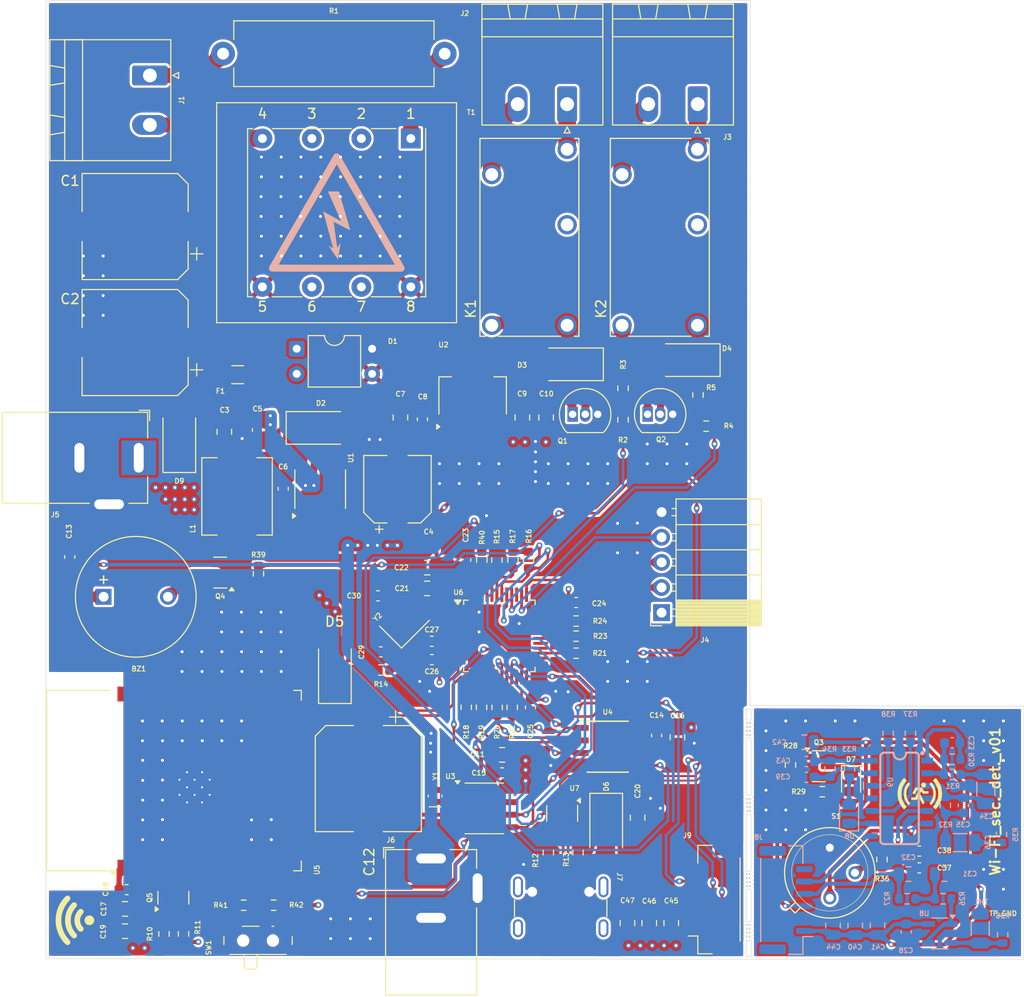
<source format=kicad_pcb>
(kicad_pcb (version 20241229) (generator "pcbnew") (generator_version "9.0")
  (layers (0 "F.Cu" signal) (4 "In1.Cu" signal) (6 "In2.Cu" signal) (2 "B.Cu" signal) (13 "F.Paste" user) (15 "B.Paste" user) (5 "F.SilkS" user "F.Silkscreen") (7 "B.SilkS" user "B.Silkscreen") (1 "F.Mask" user) (3 "B.Mask" user) (25 "Edge.Cuts" user))
  (net 0 "")
  (net 1 "12VDC")
  (net 2 "GND")
  (net 3 "5VDC")
  (net 4 "3V3DC")
  (net 5 "/Microcontroller/NRST")
  (net 6 "3V3DC_S")
  (net 7 "GND_S")
  (net 8 "Net-(U6-PC15)")
  (net 9 "Net-(U6-PC14)")
  (net 10 "Net-(C31-Pad1)")
  (net 11 "/Sensor Board/TEMP_ADC")
  (net 12 "Net-(U9-OP2_N)")
  (net 13 "Net-(U9-OP2_O)")
  (net 14 "Net-(C34-Pad2)")
  (net 15 "Net-(U9-OP1_O)")
  (net 16 "Net-(U9-OP1_N)")
  (net 17 "Net-(C36-Pad1)")
  (net 18 "Net-(S1-S)")
  (net 19 "Net-(S1-D)")
  (net 20 "Net-(U9-OSC)")
  (net 21 "Net-(D1-Pad3)")
  (net 22 "Net-(D1-+)")
  (net 23 "Net-(D1--)")
  (net 24 "Net-(D3-A)")
  (net 25 "Net-(D4-A)")
  (net 26 "Net-(D5-K)")
  (net 27 "Net-(D6-A)")
  (net 28 "Net-(D7-K)")
  (net 29 "Net-(D7-A)")
  (net 30 "Net-(D8-A)")
  (net 31 "Net-(D8-K)")
  (net 32 "AC_LINE_2")
  (net 33 "AC_LINE_1")
  (net 34 "/Power Management/LIGHT_1_VCC")
  (net 35 "/Power Management/LIGHT_1_GND")
  (net 36 "/Power Management/LIGHT_2_GND")
  (net 37 "/Power Management/LIGHT_2_VCC")
  (net 38 "TDI")
  (net 39 "SWCLK")
  (net 40 "SWDIO")
  (net 41 "PIR_DETECT")
  (net 42 "/Sensor Board/LED_S")
  (net 43 "PIR_DETECTOR")
  (net 44 "TEMPERATURE_ADC")
  (net 46 "LED_DRIVER")
  (net 47 "Net-(Q1-B)")
  (net 48 "Net-(Q2-B)")
  (net 49 "Net-(Q3-B)")
  (net 50 "Net-(Q4-B)")
  (net 51 "Net-(BZ1--)")
  (net 52 "Net-(Q5-B)")
  (net 53 "/Microcontroller/WIFI_OUT")
  (net 54 "Net-(SW1-B)")
  (net 56 "Net-(SW1-C)")
  (net 57 "Net-(U8-+)")
  (net 60 "Net-(D2-K)")
  (net 61 "Net-(U1-CB)")
  (net 63 "/Microcontroller/RTC_SDA")
  (net 64 "/Microcontroller/RTC_SCL")
  (net 65 "Net-(U3-OSC_IN)")
  (net 66 "Net-(U3-OSC_OUT)")
  (net 68 "Net-(U4-SCLK)")
  (net 69 "Net-(U4-OT)")
  (net 72 "Net-(U4-SIO)")
  (net 73 "Net-(U4-CS)")
  (net 93 "/Microcontroller/WIFI_TXD")
  (net 99 "/Microcontroller/WIFI_RXD")
  (net 110 "/Microcontroller/TEMP_IN_CS")
  (net 111 "Net-(U6-PA11)")
  (net 112 "Net-(U6-PA12)")
  (net 114 "Net-(U6-PB0)")
  (net 115 "/Microcontroller/TEMP_IN_SCLK")
  (net 118 "/Microcontroller/TEMP_IN_SIO")
  (net 119 "/Microcontroller/TEMP_IN_OT")
  (net 123 "Net-(U6-PB14)")
  (net 129 "/Microcontroller/SENSOR_ON{slash}OFF")
  (net 130 "Net-(U6-BOOT0)")
  (net 132 "D-")
  (net 133 "D+")
  (net 134 "USB_N")
  (net 135 "USB_P")
  (net 136 "Net-(U8--)")
  (net 138 "Net-(U9-MODE)")
  (net 139 "Net-(U9-~{LED_EN})")
  (net 140 "Net-(T1-AA)")
  (net 141 "MCU_RLY_1")
  (net 142 "MCU_RLY_2")
  (net 143 "/Microcontroller/WIFI_EN")
  (net 144 "Net-(J7-CC1)")
  (net 145 "Net-(J7-CC2)")
  (net 146 "/Microcontroller/BUZZER")
  (net 153 "Net-(D9-A)")
  (footprint "Capacitor_SMD:CP_Elec_10x14.3" (layer "F.Cu") (at 107.825 122.825 -90)
    (property "Reference" "C12")
    (property "Value" "470uF" (hide yes))
  )
  (footprint "Connector_Phoenix_MSTB:PhoenixContact_MSTBA_2,5_2-G_1x02_P5.00mm_Horizontal" (layer "F.Cu") (at 85.7525 51.75 -90)
    (property "Reference" "J1")
    (property "Value" "AC_LINE" (hide yes))
  )
  (footprint "Capacitor_SMD:C_0603_1608Metric" (layer "F.Cu") (at 114.25 108.95 180)
    (property "Reference" "C27")
    (property "Value" "100nF" (hide yes))
  )
  (footprint "Resistor_SMD:R_0603_1608Metric" (layer "F.Cu") (at 141.975 87.2 180)
    (property "Reference" "R4")
    (property "Value" "1k" (hide yes))
  )
  (footprint "Capacitor_SMD:CP_Elec_6.3x5.8" (layer "F.Cu") (at 110.775 93.575 90)
    (property "Reference" "C4")
    (property "Value" "68uF" (hide yes))
  )
  (footprint "Resistor_SMD:R_0603_1608Metric" (layer "F.Cu") (at 120.825 100.725 -90)
    (property "Reference" "R15")
    (property "Value" "100R" (hide yes))
  )
  (footprint "Capacitor_SMD:C_0805_2012Metric" (layer "F.Cu") (at 113.775 101.5 180)
    (property "Reference" "C22")
    (property "Value" "4.7uF" (hide yes))
  )
  (footprint "Capacitor_SMD:C_0603_1608Metric" (layer "F.Cu") (at 163.525 130.15 180)
    (property "Reference" "C38")
    (property "Value" "100nF" (hide yes))
  )
  (footprint "Resistor_SMD:R_0603_1608Metric" (layer "F.Cu") (at 124.025 100.725 90)
    (property "Reference" "R16")
    (property "Value" "4.7k" (hide yes))
  )
  (footprint "Connector_JST:JST_GH_SM06B-GHS-TB_1x06-1MP_P1.25mm_Horizontal" (layer "F.Cu") (at 142.85 135.05 90)
    (property "Reference" "J9")
    (property "Value" "Conn_01x06" (hide yes))
  )
  (footprint "Capacitor_SMD:C_0805_2012Metric" (layer "F.Cu") (at 93.275 87.775 -90)
    (property "Reference" "C3")
    (property "Value" "1uF" (hide yes))
  )
  (footprint "Fuse:Fuse_1206_3216Metric" (layer "F.Cu") (at 94.625 82 180)
    (property "Reference" "F1")
    (property "Value" "Polyfuse" (hide yes))
  )
  (footprint "Resistor_SMD:R_0603_1608Metric" (layer "F.Cu") (at 133.575 83.375 -90)
    (property "Reference" "R3")
    (property "Value" "10k" (hide yes))
  )
  (footprint "Capacitor_SMD:C_0805_2012Metric" (layer "F.Cu") (at 136.225 137.425 90)
    (property "Reference" "C46")
    (property "Value" "4.7uF" (hide yes))
  )
  (footprint "Capacitor_SMD:C_0805_2012Metric" (layer "F.Cu") (at 125.8 86.325 90)
    (property "Reference" "C10")
    (property "Value" "1uF" (hide yes))
  )
  (footprint "Resistor_SMD:R_0603_1608Metric" (layer "F.Cu") (at 133.575 86.55 90)
    (property "Reference" "R2")
    (property "Value" "1k" (hide yes))
  )
  (footprint "Capacitor_SMD:C_0603_1608Metric" (layer "F.Cu") (at 163.525 131.85)
    (property "Reference" "C37")
    (property "Value" "100nF" (hide yes))
  )
  (footprint "Resistor_SMD:R_0603_1608Metric" (layer "F.Cu") (at 120.85 115.625 -90)
    (property "Reference" "R20")
    (property "Value" "100R" (hide yes))
  )
  (footprint "Capacitor_SMD:C_0805_2012Metric" (layer "F.Cu") (at 134.025 137.425 -90)
    (property "Reference" "C47")
    (property "Value" "1uF" (hide yes))
  )
  (footprint "Resistor_SMD:R_0603_1608Metric" (layer "F.Cu") (at 119.275 115.625 -90)
    (property "Reference" "R19")
    (property "Value" "100R" (hide yes))
  )
  (footprint "Package_SO:SO-8_3.9x4.9mm_P1.27mm" (layer "F.Cu") (at 119.55 125.84)
    (property "Reference" "U3")
    (property "Value" "M41T62Q" (hide yes))
  )
  (footprint "Capacitor_SMD:C_0805_2012Metric" (layer "F.Cu") (at 113.775 103.6 180)
    (property "Reference" "C21")
    (property "Value" "1uF" (hide yes))
  )
  (footprint "Resistor_SMD:R_0603_1608Metric" (layer "F.Cu") (at 150.5 121.45 -90)
    (property "Reference" "R28")
    (property "Value" "1k" (hide yes))
  )
  (footprint "Diode_SMD:D_SMA" (layer "F.Cu") (at 128.075 80.95 180)
    (property "Reference" "D3")
    (property "Value" "1N4148" (hide yes))
  )
  (footprint "Capacitor_SMD:C_0805_2012Metric" (layer "F.Cu") (at 135.05 126.775 90)
    (property "Reference" "C20")
    (property "Value" "4.7uF" (hide yes))
  )
  (footprint "Capacitor_SMD:C_0603_1608Metric" (layer "F.Cu") (at 109.093629 110.018629)
    (property "Reference" "C29")
    (property "Value" "20pF" (hide yes))
  )
  (footprint "Resistor_SMD:R_0603_1608Metric" (layer "F.Cu") (at 159.75 131 -90)
    (property "Reference" "R36")
    (property "Value" "43k" (hide yes))
  )
  (footprint "Diode_SMD:D_SMA" (layer "F.Cu") (at 139.875 80.525 180)
    (property "Reference" "D4")
    (property "Value" "1N4148" (hide yes))
  )
  (footprint "Capacitor_SMD:C_0805_2012Metric" (layer "F.Cu") (at 83.235 136 180)
    (property "Reference" "C17")
    (property "Value" "1uF" (hide yes))
  )
  (footprint "Package_TO_SOT_SMD:SOT-223-3_TabPin2" (layer "F.Cu") (at 118.375 84.125 90)
    (property "Reference" "U2")
    (property "Value" "AP7361C-10E" (hide yes))
  )
  (footprint "Package_SO:Texas_HSOP-8-1EP_3.9x4.9mm_P1.27mm" (layer "F.Cu") (at 132.025 119.6)
    (property "Reference" "U4")
    (property "Value" "~" (hide yes))
  )
  (footprint "Capacitor_SMD:C_0805_2012Metric" (layer "F.Cu") (at 139.075 118.645 -90)
    (property "Reference" "C16")
    (property "Value" "1uF" (hide yes))
  )
  (footprint "Resistor_THT:R_Axial_Power_L20.0mm_W6.4mm_P22.40mm" (layer "F.Cu") (at 93.15 49.55)
    (property "Reference" "R1")
    (property "Value" "270m" (hide yes))
  )
  (footprint "LED_SMD:LED_0805_2012Metric" (layer "F.Cu") (at 156.625 123.2 -90)
    (property "Reference" "D7")
    (property "Value" "LED" (hide yes))
  )
  (footprint "Diode_SMD:D_SMA" (layer "F.Cu") (at 131.875 127.825 -90)
    (property "Reference" "D6")
    (property "Value" "1N4148" (hide yes))
  )
  (footprint "Package_TO_SOT_SMD:SOT-23" (layer "F.Cu") (at 92.8625 102 180)
    (property "Reference" "Q4")
    (property "Value" "MMBT3904" (hide yes))
  )
  (footprint "Connector_PinSocket_2.54mm:PinSocket_1x05_P2.54mm_Horizontal" (layer "F.Cu") (at 137.475 106.05 180)
    (property "Reference" "J4")
    (property "Value" "USER_IO" (hide yes))
  )
  (footprint "Package_TO_SOT_SMD:SOT-23" (layer "F.Cu") (at 88.125 134.8625 90)
    (property "Reference" "Q5")
    (property "Value" "MMBT3904" (hide yes))
  )
  (footprint "Resistor_SMD:R_0603_1608Metric" (layer "F.Cu") (at 153.725 124.15 180)
    (property "Reference" "R29")
    (property "Value" "100R" (hide yes))
  )
  (footprint "Button_Switch_SMD:SW_SPDT_PCM12" (layer "F.Cu") (at 96.685 138.87)
    (property "Reference" "SW1")
    (property "Value" "SW_Wuerth_450301014042" (hide yes))
  )
  (footprint "Capacitor_SMD:C_0805_2012Metric" (layer "F.Cu") (at 83.235 138.25 180)
    (property "Reference" "C19")
    (property "Value" "4.7uF" (hide yes))
  )
  (footprint "Package_TO_SOT_SMD:SOT-23" (layer "F.Cu") (at 153.3625 121.575)
    (property "Reference" "Q3")
    (property "Value" "MMBT3904" (hide yes))
  )
  (footprint "Capacitor_SMD:C_0603_1608Metric" (layer "F.Cu") (at 136.975 118.47 -90)
    (property "Reference" "C14")
    (property "Value" "100nF" (hide yes))
  )
  (footprint "ALQ112:RELAY_ALQ112" (layer "F.Cu") (at 137.29 68.115 90)
    (property "Reference" "K2")
    (property "Value" "ALQ112" (hide yes))
  )
  (footprint "Resistor_SMD:R_0603_1608Metric" (layer "F.Cu") (at 126.025 130.3 -90)
    (property "Reference" "R12")
    (property "Value" "5.1k" (hide yes))
  )
  (footprint "Resistor_SMD:R_0603_1608Metric" (layer "F.Cu") (at 87.175 138.525 90)
    (property "Reference" "R10")
    (property "Value" "100R" (hide yes))
  )
  (footprint "Capacitor_SMD:C_0603_1608Metric" (layer "F.Cu") (at 128.8375 105.025)
    (property "Reference" "C24")
    (property "Value" "100nF" (hide yes))
  )
  (footprint "Resistor_SMD:R_0603_1608Metric" (layer "F.Cu") (at 117.725 115.625 -90)
    (property "Reference" "R18")
    (property "Value" "100R" (hide yes))
  )
  (footprint "Capacitor_SMD:C_0805_2012Metric" (layer "F.Cu") (at 123.4 86.325 90)
    (property "Reference" "C9")
    (property "Value" "4.7uF" (hide yes))
  )
  (footprint "Diode_SMD:D_SMA" (layer "F.Cu") (at 103.035 87.375)
    (property "Reference" "D2")
    (property "Value" "B350A-13-F" (hide yes))
  )
  (footprint "Crystal:Crystal_SMD_MicroCrystal_CM9V-T1A-2Pin_1.6x1.0mm" (layer "F.Cu") (at 114.575 124.575 90)
    (property "Reference" "Y1")
    (property "Value" "32.768kHz" (hide yes))
  )
  (footprint "Resistor_SMD:R_0603_1608Metric" (layer "F.Cu") (at 119.3 100.725 90)
    (property "Reference" "R40")
    (property "Value" "100R" (hide yes))
  )
  (footprint "Capacitor_SMD:C_0603_1608Metric" (layer "F.Cu") (at 114.25 110.8 180)
    (property "Reference" "C26")
    (property "Value" "100nF" (hide yes))
  )
  (footprint "Package_QFP:LQFP-48_7x7mm_P0.5mm" (layer "F.Cu") (at 121.075 108.4)
    (property "Reference" "U6")
    (property "Value" "STM32F103C6Tx" (hide yes))
  )
  (footprint "Resistor_SMD:R_0603_1608Metric" (layer "F.Cu") (at 122.375 115.625 90)
    (property "Reference" "R22")
    (property "Value" "100R" (hide yes))
  )
  (footprint "Capacitor_SMD:C_0603_1608Metric" (layer "F.Cu") (at 77.65 100.425 90)
    (property "Reference" "C13")
    (property "Value" "100nF" (hide yes))
  )
  (footprint "Resistor_SMD:R_0603_1608Metric" (layer "F.Cu") (at 98.26 135.625 180)
    (property "Reference" "R42")
    (property "Value" "100R" (hide yes))
  )
  (footprint "Package_SO:SOIC-8_3.9x4.9mm_P1.27mm" (layer "F.Cu") (at 102.965 93.575 90)
    (property "Reference" "U1")
    (property "Value" "LM2675M-5" (hide yes))
  )
  (footprint "Resistor_SMD:R_0603_1608Metric" (layer "F.Cu") (at 128.825 108.425)
    (property "Reference" "R23")
    (property "Value" "15R" (hide yes))
  )
  (footprint "Resistor_SMD:R_0603_1608Metric" (layer "F.Cu") (at 95.235 135.625)
    (property "Reference" "R41")
    (property "Value" "100R" (hide yes))
  )
  (footprint "Resistor_SMD:R_0603_1608Metric" (layer "F.Cu") (at 109.1109 111.85 180)
    (property "Reference" "R14")
    (property "Value" "100R" (hide yes))
  )
  (footprint "Inductor_SMD:L_Chilisin_BMRB00060650" (layer "F.Cu") (at 94.56 94.3 -90)
    (property "Reference" "L1")
    (property "Value" "47uH" (hide yes))
  )
  (footprint "Capacitor_SMD:C_0603_1608Metric" (layer "F.Cu") (at 83.41 134.05 180)
    (property "Reference" "C18")
    (property "Value" "100nF" (hide yes))
  )
  (footprint "Diode_SMD:D_SMA" (layer "F.Cu") (at 88.725 88.375 90)
    (property "Reference" "D9")
    (property "Value" "1N4148" (hide yes))
  )
  (footprint "Package_TO_SOT_SMD:SOT-23-6" (layer "F.Cu") (at 127.425 126.3375 -90)
    (property "Reference" "U7")
    (property "Value" "USBLC6-2SC6" (hide yes))
  )
  (footprint "RF_Module:ESP32-WROOM-32" (layer "F.Cu") (at 91.175 123.025 90)
    (property "Reference" "U5")
    (property "Value" "ESP32-WROOM-32" (hide yes))
  )
  (footprint "Resistor_SMD:R_0603_1608Metric" (layer "F.Cu") (at 128.825 106.9)
    (property "Reference" "R24")
    (property "Value" "15R" (hide yes))
  )
  (footprint "Capacitor_SMD:C_0603_1608Metric" (layer "F.Cu") (at 117.675 100.725 90)
    (property "Reference" "C23")
    (property "Value" "100nF" (hide yes))
  )
  (footprint "Resistor_SMD:R_0603_1608Metric" (layer "F.Cu") (at 128.8375 110.15 180)
    (property "Reference" "R21")
    (property "Value" "100R" (hide yes))
  )
  (footprint "Package_DIP:DIP-4_W7.62mm" (layer "F.Cu") (at 100.595 79.375)
    (property "Reference" "D1")
    (property "Value" "MDB10S" (hide yes))
  )
  (footprint "Package_TO_SOT_THT:TO-92_Inline" (layer "F.Cu") (at 128.48 86)
    (property "Reference" "Q1")
    (property "Value" "BC547" (hide yes))
  )
  (footprint "Resistor_SMD:R_0603_1608Metric" (layer "F.Cu") (at 141.15 84.05 -90)
    (property "Reference" "R5")
    (property "Value" "10k" (hide yes))
  )
  (footprint "Package_TO_SOT_THT:TO-92_Inline" (layer "F.Cu") (at 136.06 86)
    (property "Reference" "Q2")
    (property "Value" "BC547" (hide yes))
  )
  (footprint "Transformer_THT:Transformer_Breve_TEZ-22x24" (layer "F.Cu") (at 112.125 58.125 180)
    (property "Reference" "T1")
    (property "Value" "BV302S12010-ZU")
  )
  (footprint "Capacitor_SMD:C_0805_2012Metric" (layer "F.Cu") (at 138.45 137.425 90)
    (property "Reference" "C45")
    (property "Value" "4.7uF" (hide yes))
  )
  (footprint "Capacitor_SMD:C_0603_1608Metric" (layer "F.Cu") (at 99.225 93.525 90)
    (property "Reference" "C6")
    (property "Value" "10nF" (hide yes))
  )
  (footprint "Capacitor_SMD:C_0603_1608Metric" (layer "F.Cu") (at 96.625 87.575 -90)
    (property "Reference" "C5")
    (property "Value" "100nF" (hide yes))
  )
  (footprint "Capacitor_SMD:C_0603_1608Metric" (layer "F.Cu") (at 121.35 122.25 180)
    (property "Reference" "C15")
    (property "Value" "100nF" (hide yes))
  )
  (footprint "Diode_SMD:D_SMA" (layer "F.Cu") (at 104.45 111.725 90)
    (property "Reference" "D5")
    (property "Value" "1N4148" (hide yes))
  )
  (footprint "Resistor_SMD:R_0603_1608Metric" (layer "F.Cu") (at 122.45 100.725 90)
    (property "Reference" "R17")
    (property "Value" "4.7k" (hide yes))
  )
  (footprint "Capacitor_SMD:CP_Elec_10x14.3" (layer "F.Cu") (at 84.2575 67.025 180)
    (property "Reference" "C1")
    (property "Value" "470uF" (hide yes))
  )
  (footprint "LOGO" (layer "F.Cu") (at 78.175 137.15 90)
    (property "Reference" "G***" (hide yes))
    (property "Value" "LOGO" (hide yes))
  )
  (footprint "ALQ112:RELAY_ALQ112" (layer "F.Cu") (at 124.115 68.115 90)
    (property "Reference" "K1")
    (property "Value" "ALQ112" (hide yes))
  )
  (footprint "Resistor_SMD:R_0603_1608Metric" (layer "F.Cu") (at 96.725 102.125 90)
    (property "Reference" "R39")
    (property "Value" "100R" (hide yes))
  )
  (footprint "Resistor_SMD:R_0603_1608Metric" (layer "F.Cu") (at 89.15 138.525 90)
    (property "Reference" "R11")
    (property "Value" "1K" (hide yes))
  )
  (footprint "Connector_Phoenix_MSTB:PhoenixContact_MSTBA_2,5_2-G_1x02_P5.00mm_Horizontal" (layer "F.Cu") (at 127.925 54.6525 180)
    (property "Reference" "J2")
    (property "Value" "LIGHT_1" (hide yes))
  )
  (footprint "Capacitor_SMD:C_0805_2012Metric" (layer "F.Cu") (at 121.35 120.425 180)
    (property "Reference" "C11")
    (property "Value" "1uF" (hide yes))
  )
  (footprint "TO5:TO5" (layer "F.Cu") (at 154.475 132.35)
    (property "Reference" "S1")
    (property "Value" "~")
  )
  (footprint "Connector_USB:USB_C_Receptacle_GCT_USB4105-xx-A_16P_TopMnt_Horizontal" (layer "F.Cu") (at 127.275 136.875)
    (property "Reference" "J7")
    (property "Value" "USB_C_Receptacle_USB2.0_16P" (hide yes))
  )
  (footprint "Capacitor_SMD:C_0603_1608Metric" (layer "F.Cu") (at 108.8 104.35)
    (property "Reference" "C30")
    (property "Value" "20pF" (hide yes))
  )
  (footprint "Capacitor_SMD:C_0603_1608Metric" (layer "F.Cu") (at 113.3 86.5 90)
    (property "Reference" "C8")
    (property "Value" "100nF" (hide yes))
  )
  (footprint "Connector_Phoenix_MSTB:PhoenixContact_MSTBA_2,5_2-G_1x02_P5.00mm_Horizontal" (layer "F.Cu") (at 141.125 54.65 180)
    (property "Reference" "J3")
    (property "Value" "LIGHT_2" (hide yes))
  )
  (footprint "Connector_BarrelJack:BarrelJack_Horizontal" (layer "F.Cu") (at 114.175 130.9 90)
    (property "Reference" "J6")
    (property "Value" "5VDC" (hide yes))
  )
  (footprint "LOGO" (layer "F.Cu") (at 163.575 124.35)
    (property "Reference" "G***" (hide yes))
    (property "Value" "LOGO" (hide yes))
  )
  (footprint "Connector_BarrelJack:BarrelJack_Horizontal" (layer "F.Cu") (at 84.625 90.4)
    (property "Reference" "J5")
    (property "Value" "12VDC" (hide yes))
  )
  (footprint "Resistor_SMD:R_0603_1608Metric" (layer "F.Cu") (at 129.025 130.3 -90)
    (property "Reference" "R13")
    (property "Value" "5.1k" (hide yes))
  )
  (footprint "Crystal:Crystal_SMD_SeikoEpson_TSX3225-4Pin_3.2x2.5mm" (layer "F.Cu") (at 111.487132 107.106497 45)
    (property "Reference" "Y2")
    (property "Value" "16MHz" (hide yes))
  )
  (footprint "Capacitor_SMD:CP_Elec_10x14.3" (layer "F.Cu") (at 84.2575 78.75 180)
    (property "Reference" "C2")
    (property "Value" "470uF" (hide yes))
  )
  (footprint "Buzzer_Beeper:MagneticBuzzer_ProSignal_ABT-410-RC" (layer "F.Cu") (at 81.075 104.45)
    (property "Reference" "BZ1")
    (property "Value" "Buzzer" (hide yes))
  )
  (footprint "Capacitor_SMD:C_0603_1608Metric" (layer "F.Cu") (at 124.225 115.625 -90)
    (property "Reference" "C25")
    (property "Value" "100nF" (hide yes))
  )
  (footprint "Capacitor_SMD:C_0805_2012Metric" (layer "F.Cu") (at 111.075 86.325 90)
    (property "Reference" "C7")
    (property "Value" "1uF" (hide yes))
  )
  (footprint "Resistor_SMD:R_0603_1608Metric" (layer "B.Cu") (at 154.5 121.85 -90)
    (property "Reference" "R34")
    (property "Value" "220k" (hide yes))
  )
  (footprint "Capacitor_SMD:C_1206_3216Metric" (layer "B.Cu") (at 167.65 129.3 180)
    (property "Reference" "C36")
    (property "Value" "33uF" (hide yes))
  )
  (footprint "Resistor_SMD:R_1206_3216Metric" (layer "B.Cu") (at 169.675 137.975 -90)
    (property "Reference" "TH1")
    (property "Value" "Thermistor_PTC" (hide yes))
  )
  (footprint "Resistor_SMD:R_0603_1608Metric" (layer "B.Cu") (at 162.625 118.25 90)
    (property "Reference" "R37")
    (property "Value" "0R" (hide yes))
  )
  (footprint "Resistor_SMD:R_0603_1608Metric" (layer "B.Cu") (at 160.375 118.25 90)
    (property "Reference" "R38")
    (property "Value" "0R" (hide yes))
  )
  (footprint "Capacitor_SMD:C_0805_2012Metric" (layer "B.Cu") (at 162.425 132.475 180)
    (property "Reference" "C32")
    (property "Value" "1uF" (hide yes))
  )
  (footprint "LED_SMD:LED_0805_2012Metric" (layer "B.Cu") (at 156.425 126.425 90)
    (property "Reference" "D8")
    (property "Value" "LED" (hide yes))
  )
  (footprint "Capacitor_SMD:C_0603_1608Metric" (layer "B.Cu") (at 152.125 121.1 180)
    (property "Reference" "C43")
    (property "Value" "100nF" (hide yes))
  )
  (footprint "Resistor_SMD:R_0603_1608Metric" (layer "B.Cu") (at 162.3 134.975)
    (property "Reference" "R27")
    (property "Value" "100k" (hide yes))
  )
  (footprint "Resistor_SMD:R_0603_1608Metric" (layer "B.Cu") (at 171.825 128.475 90)
    (property "Reference" "R35")
    (property "Value" "10k" (hide yes))
  )
  (footprint "Resistor_SMD:R_0603_1608Metric" (layer "B.Cu") (at 166.15 125.525 90)
    (property "Reference" "R32")
    (property "Value" "560k" (hide yes))
  )
  (footprint "Resistor_SMD:R_0603_1608Metric" (layer "B.Cu") (at 156.475 121.85 -90)
    (property "Reference" "R33")
    (property "Value" "1k" (hide yes))
  )
  (footprint "Capacitor_SMD:C_0603_1608Metric" (layer "B.Cu") (at 152.125 122.7 180)
    (property "Reference" "C39")
    (property "Value" "100nF" (hide yes))
  )
  (footprint "Resistor_SMD:R_0603_1608Metric" (layer "B.Cu") (at 165.925 134.975)
    (property "Reference" "R26")
    (property "Value" "1k" (hide yes))
  )
  (footprint "Capacitor_SMD:C_0805_2012Metric" (layer "B.Cu") (at 157.05 137.675 90)
    (property "Reference" "C40")
    (property "Value" "4.7uF" (hide yes))
  )
  (footprint "Capacitor_SMD:C_0603_1608Metric" (layer "B.Cu") (at 162.2 138.3 -90)
    (property "Reference" "C28")
    (property "Value" "100nF" (hide yes))
  )
  (footprint "Capacitor_SMD:C_0805_2012Metric" (layer "B.Cu") (at 166.05 132.475)
    (property "Reference" "C31")
    (property "Value" "4.7uF" (hide yes))
  )
  (footprint "Capacitor_SMD:C_0805_2012Metric" (layer "B.Cu") (at 154.8 137.675 90)
    (property "Reference" "C44")
    (property "Value" "4.7uF" (hide yes))
  )
  (footprint "Resistor_SMD:R_0603_1608Metric" (layer "B.Cu") (at 166.85 122.4)
    (property "Reference" "R31")
    (property "Value" "10k" (hide yes))
  )
  (footprint "Capacitor_SMD:C_0805_2012Metric" (layer "B.Cu") (at 159.3 137.675 -90)
    (property "Reference" "C41")
    (property "Value" "1uF" (hide yes))
  )
  (footprint "Capacitor_SMD:C_0603_1608Metric" (layer "B.Cu") (at 166.85 119.2)
    (property "Reference" "C33")
    (property "Value" "10nF" (hide yes))
  )
  (footprint "Resistor_SMD:R_0603_1608Metric" (layer "B.Cu") (at 166.85 120.875 180)
    (property "Reference" "R30")
    (property "Value" "560k" (hide yes))
  )
  (footprint "LOGO" (layer "B.Cu") (at 104.625 65.625 180)
    (property "Reference" "G***" (hide yes))
    (property "Value" "LOGO" (hide yes))
  )
  (footprint "Capacitor_SMD:C_1206_3216Metric" (layer "B.Cu") (at 170.25 123.875 90)
    (property "Reference" "C34")
    (property "Value" "33uF" (hide yes))
  )
  (footprint "Package_TO_SOT_SMD:SOT-23-5" (layer "B.Cu") (at 165.595002 138.475 180)
    (property "Reference" "U8")
    (property "Value" "OPA310xDBV" (hide yes))
  )
  (footprint "Capacitor_SMD:C_0603_1608Metric" (layer "B.Cu") (at 167.975 125.525 -90)
    (property "Reference" "C35")
    (property "Value" "10nF" (hide yes))
  )
  (footprint "Connector_JST:JST_GH_SM06B-GHS-TB_1x06-1MP_P1.25mm_Horizontal" (layer "B.Cu") (at 150.05 135.1 90)
    (property "Reference" "J8")
    (property "Value" "Conn_01x06" (hide yes))
  )
  (footprint "Resistor_SMD:R_0603_1608Metric" (layer "B.Cu") (at 171.95 138.625 -90)
    (property "Reference" "R25")
    (property "Value" "10k" (hide yes))
  )
  (footprint "Capacitor_SMD:C_0805_2012Metric" (layer "B.Cu") (at 151.9 119.15)
    (property "Reference" "C42")
    (property "Value" "1uF" (hide yes))
  )
  (footprint "NCS36000:SO14" (layer "B.Cu") (at 161.525 124.825 -90)
    (property "Reference" "U9")
    (property "Value" "NCS36000")
  )
  (gr_circle (center 146.125 138.4) (end 146.225 138.4) (stroke (width 0.05)) (fill yes) (layer "Edge.Cuts"))
  (gr_circle (center 146.425 138) (end 146.525 138) (stroke (width 0.05)) (fill yes) (layer "Edge.Cuts"))
  (gr_circle (center 146.125 118.4) (end 146.225 118.4) (stroke (width 0.05)) (fill yes) (layer "Edge.Cuts"))
  (gr_line (start 146.425026 44.15) (end 146.400053 115.425) (stroke (width 0.05)) (layer "Edge.Cuts"))
  (gr_circle (center 146.425 118) (end 146.525 118) (stroke (width 0.05)) (fill yes) (layer "Edge.Cuts"))
  (gr_circle (center 146.125 138) (end 146.225 138) (stroke (width 0.05)) (fill yes) (layer "Edge.Cuts"))
  (gr_circle (center 146.125 118) (end 146.225 118) (stroke (width 0.05)) (fill yes) (layer "Edge.Cuts"))
  (gr_circle (center 146.125 124.9) (end 146.225 124.9) (stroke (width 0.05)) (fill yes) (layer "Edge.Cuts"))
  (gr_circle (center 146.425 137.6) (end 146.525 137.6) (stroke (width 0.05)) (fill yes) (layer "Edge.Cuts"))
  (gr_line (start 153.25 141.08) (end 75.25 141.03) (stroke (width 0.05)) (layer "Edge.Cuts"))
  (gr_circle (center 146.125 125.3) (end 146.225 125.3) (stroke (width 0.05)) (fill yes) (layer "Edge.Cuts"))
  (gr_circle (center 146.425 133.3) (end 146.525 133.3) (stroke (width 0.05)) (fill yes) (layer "Edge.Cuts"))
  (gr_circle (center 146.125 133.7) (end 146.225 133.7) (stroke (width 0.05)) (fill yes) (layer "Edge.Cuts"))
  (gr_circle (center 146.425 138.4) (end 146.525 138.4) (stroke (width 0.05)) (fill yes) (layer "Edge.Cuts"))
  (gr_line (start 75.25 141.03) (end 75.25 44.15) (stroke (width 0.05)) (layer "Edge.Cuts"))
  (gr_circle (center 146.425 132.5) (end 146.525 132.5) (stroke (width 0.05)) (fill yes) (layer "Edge.Cuts"))
  (gr_circle (center 146.425 124.9) (end 146.525 124.9) (stroke (width 0.05)) (fill yes) (layer "Edge.Cuts"))
  (gr_circle (center 146.125 117.6) (end 146.225 117.6) (stroke (width 0.05)) (fill yes) (layer "Edge.Cuts"))
  (gr_circle (center 146.125 132.9) (end 146.225 132.9) (stroke (width 0.05)) (fill yes) (layer "Edge.Cuts"))
  (gr_circle (center 146.425 125.7) (end 146.525 125.7) (stroke (width 0.05)) (fill yes) (layer "Edge.Cuts"))
  (gr_circle (center 146.425 133.7) (end 146.525 133.7) (stroke (width 0.05)) (fill yes) (layer "Edge.Cuts"))
  (gr_circle (center 146.125 125.7) (end 146.225 125.7) (stroke (width 0.05)) (fill yes) (layer "Edge.Cuts"))
  (gr_circle (center 146.125 132.5) (end 146.225 132.5) (stroke (width 0.05)) (fill yes) (layer "Edge.Cuts"))
  (gr_line (start 75.25 44.15) (end 146.425 44.15) (stroke (width 0.05)) (layer "Edge.Cuts"))
  (gr_circle (center 146.125 117.2) (end 146.225 117.2) (stroke (width 0.05)) (fill yes) (layer "Edge.Cuts"))
  (gr_circle (center 146.125 126.1) (end 146.225 126.1) (stroke (width 0.05)) (fill yes) (layer "Edge.Cuts"))
  (gr_line (start 162.525 115.5) (end 174.1 115.5) (stroke (width 0.05)) (layer "Edge.Cuts"))
  (gr_circle (center 146.425 117.6) (end 146.525 117.6) (stroke (width 0.05)) (fill yes) (layer "Edge.Cuts"))
  (gr_circle (center 146.425 138.8) (end 146.525 138.8) (stroke (width 0.05)) (fill yes) (layer "Edge.Cuts"))
  (gr_line (start 146.400053 115.425) (end 162.525 115.5) (stroke (width 0.05)) (layer "Edge.Cuts"))
  (gr_line (start 174.1 115.5) (end 174.1 141.075) (stroke (width 0.05)) (layer "Edge.Cuts"))
  (gr_circle (center 146.425 132.9) (end 146.525 132.9) (stroke (width 0.05)) (fill yes) (layer "Edge.Cuts"))
  (gr_rect (start 146.025 126.4) (end 146.525 132.2) (stroke (width 0.05)) (fill no) (layer "Edge.Cuts"))
  (gr_rect (start 146.025 134) (end 146.525 137.3) (stroke (width 0.05)) (fill no) (layer "Edge.Cuts"))
  (gr_line (start 153.25 141.08) (end 174.1 141.075) (stroke (width 0.05)) (layer "Edge.Cuts"))
  (gr_circle (center 146.125 138.8) (end 146.225 138.8) (stroke (width 0.05)) (fill yes) (layer "Edge.Cuts"))
  (gr_circle (center 146.425 117.2) (end 146.525 117.2) (stroke (width 0.05)) (fill yes) (layer "Edge.Cuts"))
  (gr_circle (center 146.125 137.6) (end 146.225 137.6) (stroke (width 0.05)) (fill yes) (layer "Edge.Cuts"))
  (gr_circle (center 146.125 133.3) (end 146.225 133.3) (stroke (width 0.05)) (fill yes) (layer "Edge.Cuts"))
  (gr_rect (start 146.025 139.15) (end 146.525 140.8) (stroke (width 0.05)) (fill no) (layer "Edge.Cuts"))
  (gr_rect (start 146.025 115.8) (end 146.525 116.9) (stroke (width 0.05)) (fill no) (layer "Edge.Cuts"))
  (gr_circle (center 146.425 125.3) (end 146.525 125.3) (stroke (width 0.05)) (fill yes) (layer "Edge.Cuts"))
  (gr_circle (center 146.425 118.4) (end 146.525 118.4) (stroke (width 0.05)) (fill yes) (layer "Edge.Cuts"))
  (gr_circle (center 146.425 126.1) (end 146.525 126.1) (stroke (width 0.05)) (fill yes) (layer "Edge.Cuts"))
  (gr_rect (start 146.025 118.7) (end 146.525 124.5) (stroke (width 0.05)) (fill no) (layer "Edge.Cuts"))
  (gr_text "TP_GND\n" (at 170.525 136.75 0) (layer "F.SilkS") (effects (font (size 0.5 0.5) (thickness 0.1) (bold yes)) (justify left bottom)))
  (gr_text "Wi-Fi_sec._det._v01" (at 171.775 132.75 90) (layer "F.SilkS") (effects (font (size 1 1) (thickness 0.2) (bold yes)) (justify left bottom)))
  (segment (start 102.33 93.195) (end 102.325 93.2) (width 0.635) (layer "F.Cu") (net 1))
  (segment (start 102.33 91.1) (end 102.33 93.195) (width 0.635) (layer "F.Cu") (net 1))
  (segment (start 84.65 90.375) (end 84.625 90.4) (width 1.778) (layer "F.Cu") (net 1))
  (via micro (at 97.925 86.15) (size 0.6) (drill 0.3) (layers "F.Cu" "B.Cu") (net 1))
  (via (at 88.325 95.65) (size 0.6) (drill 0.3) (layers "F.Cu" "B.Cu") (net 1))
  (via (at 89.275 93.4) (size 0.6) (drill 0.3) (layers "F.Cu" "B.Cu") (net 1))
  (via micro (at 102.325 93.2) (size 0.6) (drill 0.3) (layers "F.Cu" "B.Cu") (net 1))
  (via (at 87.325 93.4) (size 0.6) (drill 0.3) (layers "F.Cu" "B.Cu") (net 1))
  (via (at 88.275 93.4) (size 0.6) (drill 0.3) (layers "F.Cu" "B.Cu") (net 1))
  (via (at 87.325 94.6) (size 0.6) (drill 0.3) (layers "F.Cu" "B.Cu") (net 1))
  (via (at 90.225 95.65) (size 0.6) (drill 0.3) (layers "F.Cu" "B.Cu") (net 1))
  (via (at 89.275 95.65) (size 0.6) (drill 0.3) (layers "F.Cu" "B.Cu") (net 1))
  (via (at 90.225 93.4) (size 0.6) (drill 0.3) (layers "F.Cu" "B.Cu") (net 1))
  (via micro (at 101.475 93.2) (size 0.6) (drill 0.3) (layers "F.Cu" "B.Cu") (net 1))
  (via (at 88.275 94.6) (size 0.6) (drill 0.3) (layers "F.Cu" "B.Cu") (net 1))
  (via micro (at 97.925 87.05) (size 0.6) (drill 0.3) (layers "F.Cu" "B.Cu") (net 1))
  (via (at 86.325 93.4) (size 0.6) (drill 0.3) (layers "F.Cu" "B.Cu") (net 1))
  (via (at 90.225 94.6) (size 0.6) (drill 0.3) (layers "F.Cu" "B.Cu") (net 1))
  (via (at 89.275 94.6) (size 0.6) (drill 0.3) (layers "F.Cu" "B.Cu") (net 1))
  (segment (start 139.075 119.595) (end 140.43 119.595) (width 0.2032) (layer "F.Cu") (net 2))
  (segment (start 118.825 104.2375) (end 118.825 105.8) (width 0.2032) (layer "F.Cu") (net 2))
  (segment (start 88.74 122.9425) (end 90.265 122.9425) (width 0.2032) (layer "F.Cu") (net 2))
  (segment (start 82.285 136) (end 82.285 134.4) (width 0.508) (layer "F.Cu") (net 2))
  (segment (start 124.075 132.05) (end 123.525 131.5) (width 0.2032) (layer "F.Cu") (net 2))
  (segment (start 120.825 99.9) (end 120.825 97.3) (width 0.2032) (layer "F.Cu") (net 2))
  (segment (start 140.43 119.595) (end 140.775 119.25) (width 0.2032) (layer "F.Cu") (net 2))
  (segment (start 120.825 97.3) (end 119.775 96.25) (width 0.2032) (layer "F.Cu") (net 2))
  (segment (start 82.635 132.065) (end 82.925 131.775) (width 0.508) (layer "F.Cu") (net 2))
  (segment (start 91.0275 122.18) (end 89.5025 122.18) (width 0.2032) (layer "F.Cu") (net 2))
  (segment (start 129.325 121.505) (end 126.28 121.505) (width 0.2032) (layer "F.Cu") (net 2))
  (segment (start 89.5025 122.18) (end 89.5025 123.705) (width 0.2032) (layer "F.Cu") (net 2))
  (segment (start 89.5025 125.23) (end 91.0275 125.23) (width 0.2032) (layer "F.Cu") (net 2))
  (segment (start 124.075 133.195) (end 124.075 132.05) (width 0.2032) (layer "F.Cu") (net 2))
  (segment (start 90.265 122.9425) (end 91.79 122.9425) (width 0.2032) (layer "F.Cu") (net 2))
  (segment (start 82.285 134.4) (end 82.635 134.05) (width 0.508) (layer "F.Cu") (net 2))
  (segment (start 89.5025 123.705) (end 91.0275 123.705) (width 0.2032) (layer "F.Cu") (net 2))
  (segment (start 82.635 134.05) (end 82.635 132.065) (width 0.508) (layer "F.Cu") (net 2))
  (segment (start 126.28 121.505) (end 126.275 121.5) (width 0.2032) (layer "F.Cu") (net 2))
  (segment (start 118.825 105.8) (end 119.025 106) (width 0.2032) (layer "F.Cu") (net 2))
  (segment (start 89.5025 123.705) (end 89.5025 125.23) (width 0.2032) (layer "F.Cu") (net 2))
  (segment (start 88.74 124.4675) (end 91.79 124.4675) (width 0.2032) (layer "F.Cu") (net 2))
  (via (at 98.025 126.975) (size 0.5) (drill 0.3) (layers "F.Cu" "B.Cu") (net 2))
  (via (at 111 66) (size 0.5) (drill 0.3) (layers "F.Cu" "B.Cu") (net 2))
  (via (at 85 117) (size 0.5) (drill 0.3) (layers "F.Cu" "B.Cu") (net 2))
  (via (at 121.025 91) (size 0.5) (drill 0.3) (layers "F.Cu" "B.Cu") (net 2))
  (via (at 123.075 107.15) (size 0.5) (drill 0.3) (layers "F.Cu" "B.Cu") (net 2))
  (via (at 87.025 129) (size 0.5) (drill 0.3) (layers "F.Cu" "B.Cu") (net 2))
  (via (at 87 117) (size 0.5) (drill 0.3) (layers "F.Cu" "B.Cu") (net 2))
  (via (at 99 64) (size 0.5) (drill 0.3) (layers "F.Cu" "B.Cu") (net 2))
  (via (at 106.025 137) (size 0.5) (drill 0.3) (layers "F.Cu" "B.Cu") (net 2))
  (via (at 91.025 117) (size 0.5) (drill 0.3) (layers "F.Cu" "B.Cu") (net 2))
  (via (at 119.025 106) (size 0.5) (drill 0.3) (layers "F.Cu" "B.Cu") (net 2))
  (via (at 97 66) (size 0.5) (drill 0.3) (layers "F.Cu" "B.Cu") (net 2))
  (via (at 95.025 117) (size 0.5) (drill 0.3) (layers "F.Cu" "B.Cu") (net 2))
  (via (at 103.025 62) (size 0.5) (drill 0.3) (layers "F.Cu" "B.Cu") (net 2))
  (via (at 97.025 112) (size 0.5) (drill 0.3) (layers "F.Cu" "B.Cu") (net 2))
  (via (at 133.025 97.025) (size 0.5) (drill 0.3) (layers "F.Cu" "B.Cu") (net 2))
  (via (at 93.025 117) (size 0.5) (drill 0.3) (layers "F.Cu" "B.Cu") (net 2))
  (via (at 119.775 96.25) (size 0.6) (drill 0.3) (layers "F.Cu" "B.Cu") (net 2))
  (via (at 115.025 91) (size 0.5) (drill 0.3) (layers "F.Cu" "B.Cu") (net 2))
  (via (at 111.025 60) (size 0.5) (drill 0.3) (layers "F.Cu" "B.Cu") (net 2))
  (via (at 111.025 68) (size 0.5) (drill 0.3) (layers "F.Cu" "B.Cu") (net 2))
  (via (at 85.025 123) (size 0.5) (drill 0.3) (layers "F.Cu" "B.Cu") (net 2))
  (via (at 91 110) (size 0.5) (drill 0.3) (layers "F.Cu" "B.Cu") (net 2))
  (via (at 93 106) (size 0.5) (drill 0.3) (layers "F.Cu" "B.Cu") (net 2))
  (via (at 107.025 60) (size 0.5) (drill 0.3) (layers "F.Cu" "B.Cu") (net 2))
  (via (at 103 64) (size 0.5) (drill 0.3) (layers "F.Cu" "B.Cu") (net 2))
  (via (at 138.025 89) (size 0.5) (drill 0.3) (layers "F.Cu" "B.Cu") (net 2))
  (via (at 101.025 68) (size 0.5) (drill 0.3) (layers "F.Cu" "B.Cu") (net 2))
  (via (at 99.025 110) (size 0.5) (drill 0.3) (layers "F.Cu" "B.Cu") (net 2))
  (via (at 140.025 89) (size 0.5) (drill 0.3) (layers "F.Cu" "B.Cu") (net 2))
  (via (at 93 108) (size 0.5) (drill 0.3) (layers "F.Cu" "B.Cu") (net 2))
  (via (at 119.025 91) (size 0.5) (drill 0.3) (layers "F.Cu" "B.Cu") (net 2))
  (via (at 134.025 113) (size 0.5) (drill 0.3) (layers "F.Cu" "B.Cu") (net 2))
  (via (at 95.025 108) (size 0.5) (drill 0.3) (layers "F.Cu" "B.Cu") (net 2))
  (via (at 97.025 68) (size 0.5) (drill 0.3) (layers "F.Cu" "B.Cu") (net 2))
  (via (at 133.025 100) (size 0.5) (drill 0.3) (layers "F.Cu" "B.Cu") (net 2))
  (via (at 99.05 62) (size 0.5) (drill 0.3) (layers "F.Cu" "B.Cu") (net 2))
  (via (at 117.025 93) (size 0.5) (drill 0.3) (layers "F.Cu" "B.Cu") (net 2))
  (via (at 101.025 60) (size 0.5) (drill 0.3) (layers "F.Cu" "B.Cu") (net 2))
  (via (at 109.025 62) (size 0.5) (drill 0.3) (layers "F.Cu" "B.Cu") (net 2))
  (via (at 111 64) (size 0.5) (drill 0.3) (layers "F.Cu" "B.Cu") (net 2))
  (via (at 109 64) (size 0.5) (drill 0.3) (layers "F.Cu" "B.Cu") (net 2))
  (via (at 93.025 110) (size 0.5) (drill 0.3) (layers "F.Cu" "B.Cu") (net 2))
  (via (at 81.025 70) (size 0.5) (drill 0.3) (layers "F.Cu" "B.Cu") (net 2))
  (via (at 97.025 62) (size 0.5) (drill 0.3) (layers "F.Cu" "B.Cu") (net 2))
  (via (at 89.025 119) (size 0.5) (drill 0.3) (layers "F.Cu" "B.Cu") (net 2))
  (via (at 113.025 113) (size 0.5) (drill 0.3) (layers "F.Cu" "B.Cu") (net 2))
  (via (at 109.025 70) (size 0.5) (drill 0.3) (layers "F.Cu" "B.Cu") (net 2))
  (via (at 109 66) (size 0.5) (drill 0.3) (layers "F.Cu" "B.Cu") (net 2))
  (via (at 96.025 127) (size 0.5) (drill 0.3) (layers "F.Cu" "B.Cu") (net 2))
  (via (at 108.025 139) (size 0.5) (drill 0.3) (layers "F.Cu" "B.Cu") (net 2))
  (via (at 99.025 112) (size 0.5) (drill 0.3) (layers "F.Cu" "B.Cu") (net 2))
  (via (at 132.025 93) (size 0.5) (drill 0.3) (layers "F.Cu" "B.Cu") (net 2))
  (via (at 99 106) (size 0.5) (drill 0.3) (layers "F.Cu" "B.Cu") (net 2))
  (via (at 93.025 119) (size 0.5) (drill 0.3) (layers "F.Cu" "B.Cu") (net 2))
  (via (at 85 119) (size 0.5) (drill 0.3) (layers "F.Cu" "B.Cu") (net 2))
  (via (at 114.025 114) (size 0.5) (drill 0.3) (layers "F.Cu" "B.Cu") (net 2))
  (via (at 126.025 93) (size 0.5) (drill 0.3) (layers "F.Cu" "B.Cu") (net 2))
  (via (at 87.025 119) (size 0.5) (drill 0.3) (layers "F.Cu" "B.Cu") (net 2))
  (via (at 103.025 60) (size 0.5) (drill 0.3) (layers "F.Cu" "B.Cu") (net 2))
  (via (at 108.025 137) (size 0.5) (drill 0.3) (layers "F.Cu" "B.Cu") (net 2))
  (via (at 89 110) (size 0.5) (drill 0.3) (layers "F.Cu" "B.Cu") (net 2))
  (via (at 87.025 126.975) (size 0.5) (drill 0.3) (layers "F.Cu" "B.Cu") (net 2))
  (via (at 91.05 119) (size 0.5) (drill 0.3) (layers "F.Cu" "B.Cu") (net 2))
  (via (at 132.025 113) (size 0.5) (drill 0.3) (layers "F.Cu" "B.Cu") (net 2))
  (via (at 119.025 93) (size 0.5) (drill 0.3) (layers "F.Cu" "B.Cu") (net 2))
  (via (at 97.025 60) (size 0.5) (drill 0.3) (layers "F.Cu" "B.Cu") (net 2))
  (via (at 109.025 68) (size 0.5) (drill 0.3) (layers "F.Cu" "B.Cu") (net 2))
  (via (at 95.025 119) (size 0.5) (drill 0.3) (layers "F.Cu" "B.Cu") (net 2))
  (via (at 87.025 122.975) (size 0.5) (drill 0.3) (layers "F.Cu" "B.Cu") (net 2))
  (via (at 97.025 110) (size 0.5) (drill 0.3) (layers "F.Cu" "B.Cu") (net 2))
  (via (at 109.025 60) (size 0.5) (drill 0.3) (layers "F.Cu" "B.Cu") (net 2))
  (via (at 93.025 112) (size 0.5) (drill 0.3) (layers "F.Cu" "B.Cu") (net 2))
  (via (at 104.025 137) (size 0.5) (drill 0.3) (layers "F.Cu" "B.Cu") (net 2))
  (via (at 138.025 91) (size 0.5) (drill 0.3) (layers "F.Cu" "B.Cu") (net 2))
  (via (at 97.025 70) (size 0.5) (drill 0.3) (layers "F.Cu" "B.Cu") (net 2))
  (via (at 98.025 129) (size 0.5) (drill 0.3) (layers "F.Cu" "B.Cu") (net 2))
  (via (at 135.025 100) (size 0.5) (drill 0.3) (layers "F.Cu" "B.Cu") (net 2))
  (via (at 130.025 93) (size 0.5) (drill 0.3) (layers "F.Cu" "B.Cu") (net 2))
  (via (at 126.275 121.5) (size 0.6) (drill 0.3) (layers "F.Cu" "B.Cu") (net 2))
  (via (at 91.025 112) (size 0.5) (drill 0.3) (layers "F.Cu" "B.Cu") (net 2))
  (via (at 103.025 70) (size 0.5) (drill 0.3) (layers "F.Cu" "B.Cu") (net 2))
  (via (at 128.025 93) (size 0.5) (drill 0.3) (layers "F.Cu" "B.Cu") (net 2))
  (via (at 96.025 129) (size 0.5) (drill 0.3) (layers "F.Cu" "B.Cu") (net 2))
  (via (at 107.025 66) (size 0.5) (drill 0.3) (layers "F.Cu" "B.Cu") (net 2))
  (via (at 105.025 70) (size 0.5) (drill 0.3) (layers "F.Cu" "B.Cu") (net 2))
  (via (at 128.025 91) (size 0.5) (drill 0.3) (layers "F.Cu" "B.Cu") (net 2))
  (via (at 99.05 70) (size 0.5) (drill 0.3) (layers "F.Cu" "B.Cu") (net 2))
  (via (at 95.05 112) (size 0.5) (drill 0.3) (layers "F.Cu" "B.Cu") (net 2))
  (via (at 85.025 120.975) (size 0.5) (drill 0.3) (layers "F.Cu" "B.Cu") (net 2))
  (via (at 106.025 139) (size 0.5) (drill 0.3) (layers "F.Cu" "B.Cu") (net 2))
  (via (at 85.025 125) (size 0.5) (drill 0.3) (layers "F.Cu" "B.Cu") (net 2))
  (via (at 79.025 76) (size 0.5) (drill 0.3) (layers "F.Cu" "B.Cu") (net 2))
  (via (at 95 106) (size 0.5) (drill 0.3) (layers "F.Cu" "B.Cu") (net 2))
  (via (at 107.025 68) (size 0.5) (drill 0.3) (layers "F.Cu" "B.Cu") (net 2))
  (via (at 95.025 110) (size 0.5) (drill 0.3) (layers "F.Cu" "B.Cu") (net 2))
  (via (at 89.025 117) (size 0.5) (drill 0.3) (layers "F.Cu" "B.Cu") (net 2))
  (via (at 132.025 111) (size 0.5) (drill 0.3) (layers "F.Cu" "B.Cu") (net 2))
  (via (at 81.025 72) (size 0.5) (drill 0.3) (layers "F.Cu" "B.Cu") (net 2))
  (via (at 105.025 62) (size 0.5) (drill 0.3) (layers "F.Cu" "B.Cu") (net 2))
  (via (at 99.025 68) (size 0.5) (drill 0.3) (layers "F.Cu" "B.Cu") (net 2))
  (via (at 103.025 68) (size 0.5) (drill 0.3) (layers "F.Cu" "B.Cu") (net 2))
  (via (at 123.525 131.5) (size 0.6) (drill 0.3) (layers "F.Cu" "B.Cu") (net 2))
  (via (at 136.025 91) (size 0.5) (drill 0.3) (layers "F.Cu" "B.Cu") (net 2))
  (via (at 135.025 97) (size 0.5) (drill 0.3) (layers "F.Cu" "B.Cu") (net 2))
  (via (at 104.025 139) (size 0.5) (drill 0.3) (layers "F.Cu" "B.Cu") (net 2))
  (via (at 105.025 68) (size 0.5) (drill 0.3) (layers "F.Cu" "B.Cu") (net 2))
  (via (at 107 64) (size 0.5) (drill 0.3) (layers "F.Cu" "B.Cu") (net 2))
  (via (at 121.025 93) (size 0.5) (drill 0.3) (layers "F.Cu" "B.Cu") (net 2))
  (via (at 136.025 111) (size 0.5) (drill 0.3) (layers "F.Cu" "B.Cu") (net 2))
  (via (at 136.025 89) (size 0.5) (drill 0.3) (layers "F.Cu" "B.Cu") (net 2))
  (via (at 85.025 129) (size 0.5) (drill 0.3) (layers "F.Cu" "B.Cu") (net 2))
  (via (at 99 108) (size 0.5) (drill 0.3) (layers "F.Cu" "B.Cu") (net 2))
  (via (at 111.025 62) (size 0.5) (drill 0.3) (layers "F.Cu" "B.Cu") (net 2))
  (via (at 126.025 91) (size 0.5) (drill 0.3) (layers "F.Cu" "B.Cu") (net 2))
  (via (at 95.075 88.45) (size 0.6) (drill 0.3) (layers "F.Cu" "B.Cu") (net 2))
  (via (at 140.025 91) (size 0.5) (drill 0.3) (layers "F.Cu" "B.Cu") (net 2))
  (via (at 89 112) (size 0.5) (drill 0.3) (layers "F.Cu" "B.Cu") (net 2))
  (via (at 87.025 120.975) (size 0.5) (drill 0.3) (layers "F.Cu" "B.Cu") (net 2))
  (via (at 97 106) (size 0.5) (drill 0.3) (layers "F.Cu" "B.Cu") (net 2))
  (via (at 134.025 111) (size 0.5) (drill 0.3) (layers "F.Cu" "B.Cu") (net 2))
  (via (at 99.025 60) (size 0.5) (drill 0.3) (layers "F.Cu" "B.Cu") (net 2))
  (via (at 99.025 66) (size 0.5) (drill 0.3) (layers "F.Cu" "B.Cu") (net 2))
  (via (at 105 66) (size 0.5) (drill 0.3) (layers "F.Cu" "B.Cu") (net 2))
  (via (at 103 66) (size 0.5) (drill 0.3) (layers "F.Cu" "B.Cu") (net 2))
  (via (at 87.025 125) (size 0.5) (drill 0.3) (layers "F.Cu" "B.Cu") (net 2))
  (via (at 97 108) (size 0.5) (drill 0.3) (layers "F.Cu" "B.Cu") (net 2))
  (via (at 136.025 113) (size 0.5) (drill 0.3) (layers "F.Cu" "B.Cu") (net 2))
  (via (at 81.025 76) (size 0.5) (drill 0.3) (layers "F.Cu" "B.Cu") (net 2))
  (via (at 79.025 72) (size 0.5) (drill 0.3) (layers "F.Cu" "B.Cu") (net 2))
  (via (at 79.025 70) (size 0.5) (drill 0.3) (layers "F.Cu" "B.Cu") (net 2))
  (via (at 81.025 74) (size 0.5) (drill 0.3) (layers "F.Cu" "B.Cu") (net 2))
  (via (at 101 66) (size 0.5) (drill 0.3) (layers "F.Cu" "B.Cu") (net 2))
  (via (at 79.025 74) (size 0.5) (drill 0.3) (layers "F.Cu" "B.Cu") (net 2))
  (via (at 140.775 119.25) (size 0.6) (drill 0.3) (layers "F.Cu" "B.Cu") (net 2))
  (via (at 101.025 70) (size 0.5) (drill 0.3) (layers "F.Cu" "B.Cu") (net 2))
  (via (at 107.05 70) (size 0.5) (drill 0.3) (layers "F.Cu" "B.Cu") (net 2))
  (via (at 101 64) (size 0.5) (drill 0.3) (layers "F.Cu" "B.Cu") (net 2))
  (via (at 115.025 93) (size 0.5) (drill 0.3) (layers "F.Cu" "B.Cu") (net 2))
  (via (at 101.025 62) (size 0.5) (drill 0.3) (layers "F.Cu" "B.Cu") (net 2))
  (via (at 130.025 91) (size 0.5) (drill 0.3) (layers "F.Cu" "B.Cu") (net 2))
  (via (at 132.025 91) (size 0.5) (drill 0.3) (layers "F.Cu" "B.Cu") (net 2))
  (via (at 117.025 91) (size 0.5) (drill 0.3) (layers "F.Cu" "B.Cu") (net 2))
  (via (at 85.025 127) (size 0.5) (drill 0.3) (layers "F.Cu" "B.Cu") (net 2))
  (via (at 111.025 70) (size 0.5) (drill 0.3) (layers "F.Cu" "B.Cu") (net 2))
  (via (at 119.025 108) (size 0.5) (drill 0.3) (layers "F.Cu" "B.Cu") (net 2))
  (via (at 105.025 60) (size 0.5) (drill 0.3) (layers "F.Cu" "B.Cu") (net 2))
  (via (at 105 64) (size 0.5) (drill 0.3) (layers "F.Cu" "B.Cu") (net 2))
  (via (at 107.05 62) (size 0.5) (drill 0.3) (layers "F.Cu" "B.Cu") (net 2))
  (via (at 97 64) (size 0.5) (drill 0.3) (layers "F.Cu" "B.Cu") (net 2))
  (segment (start 77.65 101.2) (end 77.65 103.275) (width 0.762) (layer "F.Cu") (net 3))
  (segment (start 77.65 103.275) (end 78.825 104.45) (width 0.762) (layer "F.Cu") (net 3))
  (segment (start 131.875 125.825) (end 135.05 125.825) (width 0.635) (layer "F.Cu") (net 3))
  (segment (start 135.05 125.825) (end 137.35 125.825) (width 0.635) (layer "F.Cu") (net 3))
  (segment (start 137.35 125.825) (end 136.35 124.825) (width 0.635) (layer "F.Cu") (net 3))
  (segment (start 78.825 104.45) (end 81.075 104.45) (width 0.762) (layer "F.Cu") (net 3))
  (segment (start 81.075 101.2) (end 77.65 101.2) (width 0.381) (layer "F.Cu") (net 3))
  (via micro (at 136.35 124.825) (size 0.6) (drill 0.3) (layers "F.Cu" "In2.Cu") (net 3))
  (via (at 114.125 120.15) (size 0.6) (drill 0.3) (layers "F.Cu" "B.Cu") (net 3))
  (via (at 106.759 99.25) (size 0.6) (drill 0.3) (layers "F.Cu" "B.Cu") (net 3))
  (via micro (at 107.925 88.55) (size 0.6) (drill 0.3) (layers "F.Cu" "In2.Cu") (net 3))
  (via (at 114.175 118.25) (size 0.6) (drill 0.3) (layers "F.Cu" "B.Cu") (net 3))
  (via (at 81.075 101.2) (size 0.5) (drill 0.3) (layers "F.Cu" "B.Cu") (net 3))
  (via (at 109.759 99.25) (size 0.6) (drill 0.3) (layers "F.Cu" "B.Cu") (net 3))
  (via micro (at 137.35 125.825) (size 0.6) (drill 0.3) (layers "F.Cu" "In2.Cu") (net 3))
  (via (at 110.775 99.25) (size 0.6) (drill 0.3) (layers "F.Cu" "B.Cu") (net 3))
  (via micro (at 108.743 99.25) (size 0.6) (drill 0.3) (layers "F.Cu" "In2.Cu") (net 3))
  (via (at 114.125 119.25) (size 0.6) (drill 0.3) (layers "F.Cu" "B.Cu") (net 3))
  (via (at 105.743 99.25) (size 0.6) (drill 0.3) (layers "F.Cu" "B.Cu") (net 3))
  (via micro (at 107.775 99.25) (size 0.6) (drill 0.3) (layers "F.Cu" "In2.Cu") (net 3))
  (via micro (at 109.025 88.55) (size 0.6) (drill 0.3) (layers "F.Cu" "In2.Cu") (net 3))
  (segment (start 81.075 101.2) (end 104.925 101.2) (width 0.381) (layer "B.Cu") (net 3))
  (segment (start 109.759 99.25) (end 110.775 99.25) (width 0.381) (layer "B.Cu") (net 3))
  (segment (start 104.925 101.282) (end 105.743 102.1) (width 0.381) (layer "B.Cu") (net 3))
  (segment (start 105.743 102.1) (end 105.743 99.25) (width 1.27) (layer "B.Cu") (net 3))
  (segment (start 104.925 101.2) (end 105.725 100.4) (width 0.381) (layer "B.Cu") (net 3))
  (segment (start 114.175 130.9) (end 114.175 118.25) (width 1.27) (layer "B.Cu") (net 3))
  (segment (start 105.743 99.25) (end 106.759 99.25) (width 0.381) (layer "B.Cu") (net 3))
  (segment (start 114.175 118.25) (end 105.743 109.818) (width 1.27) (layer "B.Cu") (net 3))
  (segment (start 104.925 101.2) (end 104.925 101.282) (width 0.381) (layer "B.Cu") (net 3))
  (segment (start 105.743 109.818) (end 105.743 102.1) (width 1.27) (layer "B.Cu") (net 3))
  (segment (start 105.725 100.4) (end 105.725 99.268) (width 0.381) (layer "B.Cu") (net 3))
  (segment (start 105.725 99.268) (end 105.743 99.25) (width 0.381) (layer "B.Cu") (net 3))
  (segment (start 117.675 102.85) (end 117.675 101.5) (width 0.254) (layer "F.Cu") (net 4))
  (segment (start 122.45 99.9) (end 124.025 99.9) (width 0.381) (layer "F.Cu") (net 4))
  (segment (start 128.0625 103.6625) (end 128.075 103.65) (width 0.254) (layer "F.Cu") (net 4))
  (segment (start 115.025 110.325) (end 115.7 109.65) (width 0.254) (layer "F.Cu") (net 4))
  (segment (start 102.775 135.6) (end 102.75 135.625) (width 0.381) (layer "F.Cu") (net 4))
  (segment (start 124.225 114.85) (end 125.775 114.85) (width 0.254) (layer "F.Cu") (net 4))
  (segment (start 115.025 110.8) (end 115.025 113.1) (width 0.254) (layer "F.Cu") (net 4))
  (segment (start 127.225 126.35) (end 127.425 126.55) (width 0.254) (layer "F.Cu") (net 4))
  (segment (start 102.75 135.625) (end 99.085 135.625) (width 0.381) (layer "F.Cu") (net 4))
  (segment (start 122.625 88.8) (end 122.45 88.975) (width 0.381) (layer "F.Cu") (net 4))
  (segment (start 118.325 104.2375) (end 118.325 103.5) (width 0.254) (layer "F.Cu") (net 4))
  (segment (start 102.875 104.3) (end 104.475 105.9) (width 1.27) (layer "F.Cu") (net 4))
  (segment (start 118.325 103.5) (end 117.675 102.85) (width 0.254) (layer "F.Cu") (net 4))
  (segment (start 125.175 126.65) (end 125.475 126.35) (width 0.254) (layer "F.Cu") (net 4))
  (segment (start 114.725 96.2) (end 114.725 101.5) (width 0.381) (layer "F.Cu") (net 4))
  (segment (start 126.2562 105.6688) (end 126.9 105.025) (width 0.254) (layer "F.Cu") (net 4))
  (segment (start 115.7 109.65) (end 116.9125 109.65) (width 0.254) (layer "F.Cu") (net 4))
  (segment (start 125.475 126.35) (end 127.225 126.35) (width 0.254) (layer "F.Cu") (net 4))
  (segment (start 104.475 105.95) (end 104.45 105.975) (width 1.27) (layer "F.Cu") (net 4))
  (segment (start 122.45 91.75) (end 122.45 93.575) (width 0.381) (layer "F.Cu") (net 4))
  (segment (start 122.45 94.4) (end 122.45 99.9) (width 0.381) (layer "F.Cu") (net 4))
  (segment (start 127.425 126.55) (end 127.425 127.475) (width 0.254) (layer "F.Cu") (net 4))
  (segment (start 122.45 88.975) (end 122.45 94) (width 0.381) (layer "F.Cu") (net 4))
  (segment (start 124.225 113.75) (end 124.225 114.85) (width 0.254) (layer "F.Cu") (net 4))
  (segment (start 125.2375 105.65) (end 125.2563 105.6688) (width 0.254) (layer "F.Cu") (net 4))
  (segment (start 115.025 110.8) (end 115.025 110.325) (width 0.254) (layer "F.Cu") (net 4))
  (segment (start 90.625 139.35) (end 89.15 139.35) (width 0.381) (layer "F.Cu") (net 4))
  (segment (start 90.65 139.325) (end 90.625 139.35) (width 0.381) (layer "F.Cu") (net 4))
  (segment (start 126.9 105.025) (end 128.0625 105.025) (width 0.254) (layer "F.Cu") (net 4))
  (segment (start 125.2563 105.6688) (end 126.2562 105.6688) (width 0.254) (layer "F.Cu") (net 4))
  (segment (start 115.5 95.425) (end 114.725 96.2) (width 0.381) (layer "F.Cu") (net 4))
  (segment (start 116.925 94) (end 122.45 94) (width 0.381) (layer "F.Cu") (net 4))
  (segment (start 128.0625 105.025) (end 128.0625 103.6625) (width 0.254) (layer "F.Cu") (net 4))
  (segment (start 115.5 95.425) (end 116.925 94) (width 0.381) (layer "F.Cu") (net 4))
  (segment (start 122.625 88.8) (end 123.675 88.8) (width 0.381) (layer "F.Cu") (net 4))
  (segment (start 122.45 94) (end 122.45 94.4) (width 0.381) (layer "F.Cu") (net 4))
  (segment (start 104.475 105.9) (end 104.475 105.95) (width 1.27) (layer "F.Cu") (net 4))
  (segment (start 123.825 113.35) (end 124.225 113.75) (width 0.254) (layer "F.Cu") (net 4))
  (segment (start 104.45 105.975) (end 104.45 109.725) (width 1.27) (layer "F.Cu") (net 4))
  (segment (start 123.825 112.5625) (end 123.825 113.35) (width 0.254) (layer "F.Cu") (net 4))
  (via (at 137.725 139.7) (size 0.6) (drill 0.3) (layers "F.Cu" "B.Cu") (net 4))
  (via (at 115.025 113.1) (size 0.6) (drill 0.3) (layers "F.Cu" "B.Cu") (net 4))
  (via (at 123.725 123.05) (size 0.6) (drill 0.3) (layers "F.Cu" "B.Cu") (net 4))
  (via (at 135.325 139.7) (size 0.6) (drill 0.3) (layers "F.Cu" "B.Cu") (net 4))
  (via (at 115.5 95.425) (size 0.6) (drill 0.3) (layers "F.Cu" "B.Cu") (net 4))
  (via micro (at 126.775 114) (size 0.6) (drill 0.3) (layers "F.Cu" "In2.Cu") (net 4))
  (via (at 102.775 135.6) (size 0.6) (drill 0.3) (layers "F.Cu" "B.Cu") (net 4))
  (via (at 102.875 104.3) (size 0.6) (drill 0.3) (layers "F.Cu" "B.Cu") (net 4))
  (via (at 123.675 88.8) (size 0.6) (drill 0.3) (layers "F.Cu" "B.Cu") (net 4))
  (via micro (at 124.725 91.8) (size 0.6) (drill 0.3) (layers "F.Cu" "In2.Cu") (net 4))
  (via (at 103.625 105.1) (size 0.6) (drill 0.3) (layers "F.Cu" "B.Cu") (net 4))
  (via (at 125.175 126.65) (size 0.6) (drill 0.3) (layers "F.Cu" "B.Cu") (net 4))
  (via (at 104.475 105.95) (size 0.6) (drill 0.3) (layers "F.Cu" "B.Cu") (net 4))
  (via (at 125.775 88.8) (size 0.6) (drill 0.3) (layers "F.Cu" "B.Cu") (net 4))
  (via (at 125.775 114.85) (size 0.6) (drill 0.3) (layers "F.Cu" "B.Cu") (net 4))
  (via (at 90.65 139.325) (size 0.6) (drill 0.3) (layers "F.Cu" "B.Cu") (net 4))
  (via micro (at 128.025 114.05) (size 0.6) (drill 0.3) (layers "F.Cu" "In2.Cu") (net 4))
  (via (at 122.475 88.8) (size 0.6) (drill 0.3) (layers "F.Cu" "B.Cu") (net 4))
  (via micro (at 124.725 90.8) (size 0.6) (drill 0.3) (layers "F.Cu" "In2.Cu") (net 4))
  (via (at 123.725 121) (size 0.6) (drill 0.3) (layers "F.Cu" "B.Cu") (net 4))
  (via (at 140.475 117.65) (size 0.6) (drill 0.3) (layers "F.Cu" "B.Cu") (net 4))
  (via micro (at 124.725 92.8) (size 0.6) (drill 0.3) (layers "F.Cu" "In2.Cu") (net 4))
  (via (at 136.525 139.7) (size 0.6) (drill 0.3) (layers "F.Cu" "B.Cu") (net 4))
  (via micro (at 124.725 88.75) (size 0.6) (drill 0.3) (layers "F.Cu" "In2.Cu") (net 4))
  (via (at 128.075 103.65) (size 0.6) (drill 0.3) (layers "F.Cu" "B.Cu") (net 4))
  (via (at 123.725 121.95) (size 0.6) (drill 0.3) (layers "F.Cu" "B.Cu") (net 4))
  (via (at 85.225 139.95) (size 0.6) (drill 0.3) (layers "F.Cu" "B.Cu") (net 4))
  (via (at 138.925 139.7) (size 0.6) (drill 0.3) (layers "F.Cu" "B.Cu") (net 4))
  (via micro (at 124.725 89.8) (size 0.6) (drill 0.3) (layers "F.Cu" "In2.Cu") (net 4))
  (via (at 134.125 139.7) (size 0.6) (drill 0.3) (layers "F.Cu" "B.Cu") (net 4))
  (via (at 84.025 139.95) (size 0.6) (drill 0.3) (layers "F.Cu" "B.Cu") (net 4))
  (segment (start 122.875 126.95) (end 122.875 124.95) (width 0.254) (layer "B.Cu") (net 4))
  (segment (start 123.325 127.4) (end 122.875 126.95) (width 0.254) (layer "B.Cu") (net 4))
  (segment (start 122.875 124.95) (end 123.725 124.1) (width 0.254) (layer "B.Cu") (net 4))
  (segment (start 124.425 127.4) (end 123.325 127.4) (width 0.254) (layer "B.Cu") (net 4))
  (segment (start 125.175 126.65) (end 124.425 127.4) (width 0.254) (layer "B.Cu") (net 4))
  (segment (start 123.725 124.1) (end 123.725 123.05) (width 0.254) (layer "B.Cu") (net 4))
  (segment (start 115.025 108.95) (end 114.975 108.95) (width 0.254) (layer "F.Cu") (net 5))
  (segment (start 116.075 108.65) (end 115.775 108.95) (width 0.254) (layer "F.Cu") (net 5))
  (segment (start 115.775 108.95) (end 115.025 108.95) (width 0.254) (layer "F.Cu") (net 5))
  (segment (start 114.025 109.9) (end 112.725 109.9) (width 0.254) (layer "F.Cu") (net 5))
  (segment (start 110.775 111.85) (end 109.9359 111.85) (width 0.254) (layer "F.Cu") (net 5))
  (segment (start 116.9125 108.65) (end 116.075 108.65) (width 0.254) (layer "F.Cu") (net 5))
  (segment (start 114.975 108.95) (end 114.025 109.9) (width 0.254) (layer "F.Cu") (net 5))
  (segment (start 112.725 109.9) (end 110.775 111.85) (width 0.254) (layer "F.Cu") (net 5))
  (segment (start 168.375 123.8) (end 168.375 132.6) (width 0.381) (layer "F.Cu") (net 6))
  (segment (start 166.025 139.6) (end 160.675 139.6) (width 0.381) (layer "F.Cu") (net 6))
  (segment (start 169.775 134) (end 169.775 135.85) (width 0.381) (layer "F.Cu") (net 6))
  (segment (start 169.775 135.85) (end 166.025 139.6) (width 0.381) (layer "F.Cu") (net 6))
  (segment (start 158.475 119.15) (end 163.725 119.15) (width 0.381) (layer "F.Cu") (net 6))
  (segment (start 152.9 125.725) (end 152.9 124.15) (width 0.381) (layer "F.Cu") (net 6))
  (segment (start 153.275 126.1) (end 152.9 125.725) (width 0.381) (layer "F.Cu") (net 6))
  (segment (start 158.125 125.05) (end 157.075 126.1) (width 0.381) (layer "F.Cu") (net 6))
  (segment (start 157.075 126.1) (end 153.275 126.1) (width 0.381) (layer "F.Cu") (net 6))
  (segment (start 158.125 119.15) (end 158.125 119.65) (width 0.381) (layer "F.Cu") (net 6))
  (segment (start 158.475 119.15) (end 158.125 119.5) (width 0.381) (layer "F.Cu") (net 6))
  (segment (start 168.375 132.6) (end 169.775 134) (width 0.381) (layer "F.Cu") (net 6))
  (segment (start 158.125 119.15) (end 158.475 119.15) (width 0.381) (layer "F.Cu") (net 6))
  (segment (start 158.125 119.5) (end 158.125 119.65) (width 0.381) (layer "F.Cu") (net 6))
  (segment (start 158.125 119.65) (end 158.125 125.05) (width 0.381) (layer "F.Cu") (net 6))
  (segment (start 163.725 119.15) (end 168.375 123.8) (width 0.381) (layer "F.Cu") (net 6))
  (via (at 158.125 119.15) (size 0.5) (drill 0.3) (layers "F.Cu" "B.Cu") (net 6))
  (via (at 160.675 139.6) (size 0.5) (drill 0.3) (layers "F.Cu" "B.Cu") (net 6))
  (via (at 169.775 134) (size 0.5) (drill 0.3) (layers "F.Cu" "B.Cu") (net 6))
  (segment (start 151.9 138.225) (end 154.4 138.225) (width 0.381) (layer "B.Cu") (net 6))
  (segment (start 159.9 138.625) (end 160.975 137.55) (width 0.381) (layer "B.Cu") (net 6))
  (segment (start 159.3 138.625) (end 159.9 138.625) (width 0.381) (layer "B.Cu") (net 6))
  (segment (start 152.85 121.05) (end 152.85 119.15) (width 0.381) (layer "B.Cu") (net 6))
  (segment (start 169.675 135.95) (end 169.675 136.5125) (width 0.381) (layer "B.Cu") (net 6))
  (segment (start 152.9 121.1) (end 152.85 121.05) (width 0.381) (layer "B.Cu") (net 6))
  (segment (start 152.975 121.025) (end 152.9 121.1) (width 0.381) (layer "B.Cu") (net 6))
  (segment (start 154.8 138.625) (end 157.05 138.625) (width 0.381) (layer "B.Cu") (net 6))
  (segment (start 159.3 138.625) (end 159.7 138.625) (width 0.381) (layer "B.Cu") (net 6))
  (segment (start 154.4 138.225) (end 154.8 138.625) (width 0.381) (layer "B.Cu") (net 6))
  (segment (start 169.775 134) (end 169.775 135.85) (width 0.381) (layer "B.Cu") (net 6))
  (segment (start 169.775 135.85) (end 169.675 135.95) (width 0.381) (layer "B.Cu") (net 6))
  (segment (start 162.2 137.525) (end 164.457502 137.525) (width 0.381) (layer "B.Cu") (net 6))
  (segment (start 158.725 121.015) (end 156.485 121.015) (width 0.381) (layer "B.Cu") (net 6))
  (segment (start 158.125 119.15) (end 152.85 119.15) (width 0.381) (layer "B.Cu") (net 6))
  (segment (start 159.7 138.625) (end 160.675 139.6) (width 0.381) (layer "B.Cu") (net 6))
  (segment (start 162.175 137.55) (end 162.2 137.525) (width 0.381) (layer "B.Cu") (net 6))
  (segment (start 156.485 121.015) (end 156.475 121.025) (width 0.381) (layer "B.Cu") (net 6))
  (segment (start 156.475 121.025) (end 154.5 121.025) (width 0.381) (layer "B.Cu") (net 6))
  (segment (start 160.975 137.55) (end 162.175 137.55) (width 0.381) (layer "B.Cu") (net 6))
  (segment (start 157.05 138.625) (end 159.3 138.625) (width 0.381) (layer "B.Cu") (net 6))
  (segment (start 154.5 121.025) (end 152.975 121.025) (width 0.381) (layer "B.Cu") (net 6))
  (via (at 172.025 119) (size 0.5) (drill 0.3) (layers "F.Cu" "B.Cu") (net 7))
  (via (at 152.025 128) (size 0.5) (drill 0.3) (layers "F.Cu" "B.Cu") (net 7))
  (via (at 172.025 117) (size 0.5) (drill 0.3) (layers "F.Cu" "B.Cu") (net 7))
  (via (at 155.025 117) (size 0.5) (drill 0.3) (layers "F.Cu" "B.Cu") (net 7))
  (via (at 152.025 126) (size 0.5) (drill 0.3) (layers "F.Cu" "B.Cu") (net 7))
  (via (at 148.025 118) (size 0.5) (drill 0.3) (layers "F.Cu" "B.Cu") (net 7))
  (via (at 150.025 126) (size 0.5) (drill 0.3) (layers "F.Cu" "B.Cu") (net 7))
  (via (at 170.025 132) (size 0.5) (drill 0.3) (layers "F.Cu" "B.Cu") (net 7))
  (via (at 172.025 132) (size 0.5) (drill 0.3) (layers "F.Cu" "B.Cu") (net 7))
  (via (at 170.025 117) (size 0.5) (drill 0.3) (layers "F.Cu" "B.Cu") (net 7))
  (via (at 148.025 128) (size 0.5) (drill 0.3) (layers "F.Cu" "B.Cu") (net 7))
  (via (at 172.025 134) (size 0.5) (drill 0.3) (layers "F.Cu" "B.Cu") (net 7))
  (via (at 150.025 117) (size 0.5) (drill 0.3) (layers "F.Cu" "B.Cu") (net 7))
  (via (at 157.025 117) (size 0.5) (drill 0.3) (layers "F.Cu" "B.Cu") (net 7))
  (via (at 152.025 117) (size 0.5) (drill 0.3) (layers "F.Cu" "B.Cu") (net 7))
  (via (at 148.025 126) (size 0.5) (drill 0.3) (layers "F.Cu" "B.Cu") (net 7))
  (via (at 172.025 121) (size 0.5) (drill 0.3) (layers "F.Cu" "B.Cu") (net 7))
  (via (at 168.025 117) (size 0.5) (drill 0.3) (layers "F.Cu" "B.Cu") (net 7))
  (via (at 150.025 128) (size 0.5) (drill 0.3) (layers "F.Cu" "B.Cu") (net 7))
  (via (at 148.025 120) (size 0.5) (drill 0.3) (layers "F.Cu" "B.Cu") (net 7))
  (via (at 170.025 119) (size 0.5) (drill 0.3) (layers "F.Cu" "B.Cu") (net 7))
  (via (at 148.025 122) (size 0.5) (drill 0.3) (layers "F.Cu" "B.Cu") (net 7))
  (via (at 148.025 124) (size 0.5) (drill 0.3) (layers "F.Cu" "B.Cu") (net 7))
  (via (at 170.025 121) (size 0.5) (drill 0.3) (layers "F.Cu" "B.Cu") (net 7))
  (via (at 166.025 117) (size 0.5) (drill 0.3) (layers "F.Cu" "B.Cu") (net 7))
  (segment (start 111.575 108.15) (end 111.275 108.45) (width 0.254) (layer "F.Cu") (net 8))
  (segment (start 111.275 109.75) (end 111.275 108.45) (width 0.254) (layer "F.Cu") (net 8))
  (segment (start 111.006371 110.018629) (end 111.275 109.75) (width 0.254) (layer "F.Cu") (net 8))
  (segment (start 114.125 107.15) (end 113.125 108.15) (width 0.254) (layer "F.Cu") (net 8))
  (segment (start 116.9125 107.15) (end 114.125 107.15) (width 0.254) (layer "F.Cu") (net 8))
  (segment (start 109.868629 110.018629) (end 111.006371 110.018629) (width 0.254) (layer "F.Cu") (net 8))
  (segment (start 113.125 108.15) (end 111.575 108.15) (width 0.254) (layer "F.Cu") (net 8))
  (segment (start 111.699264 105.762994) (end 111.33627 105.4) (width 0.254) (layer "F.Cu") (net 9))
  (segment (start 113.975 105.2) (end 115.425 106.65) (width 0.254) (layer "F.Cu") (net 9))
  (segment (start 110.625 104.35) (end 109.575 104.35) (width 0.254) (layer "F.Cu") (net 9))
  (segment (start 115.425 106.65) (end 116.9125 106.65) (width 0.254) (layer "F.Cu") (net 9))
  (segment (start 111.712006 105.762994) (end 112.275 105.2) (width 0.254) (layer "F.Cu") (net 9))
  (segment (start 111.33627 105.06127) (end 110.625 104.35) (width 0.254) (layer "F.Cu") (net 9))
  (segment (start 111.699264 105.762994) (end 111.712006 105.762994) (width 0.254) (layer "F.Cu") (net 9))
  (segment (start 112.275 105.2) (end 113.975 105.2) (width 0.254) (layer "F.Cu") (net 9))
  (segment (start 111.33627 105.4) (end 111.33627 105.06127) (width 0.254) (layer "F.Cu") (net 9))
  (segment (start 165.1 132.475) (end 165.1 134.975) (width 0.381) (layer "B.Cu") (net 10))
  (segment (start 165.1 134.975) (end 163.125 134.975) (width 0.381) (layer "B.Cu") (net 10))
  (segment (start 158.575 133.45) (end 159.55 132.475) (width 0.381) (layer "B.Cu") (net 11))
  (segment (start 153.176184 134.475) (end 154.201184 133.45) (width 0.381) (layer "B.Cu") (net 11))
  (segment (start 159.55 132.475) (end 161.475 132.475) (width 0.381) (layer "B.Cu") (net 11))
  (segment (start 154.201184 133.45) (end 158.575 133.45) (width 0.381) (layer "B.Cu") (net 11))
  (segment (start 161.475 134.975) (end 161.475 132.475) (width 0.381) (layer "B.Cu") (net 11))
  (segment (start 151.9 134.475) (end 153.176184 134.475) (width 0.381) (layer "B.Cu") (net 11))
  (segment (start 165.91 122.285) (end 166.025 122.4) (width 0.381) (layer "B.Cu") (net 12))
  (segment (start 166.025 120.875) (end 166.025 119.25) (width 0.381) (layer "B.Cu") (net 12))
  (segment (start 166.025 119.25) (end 166.075 119.2) (width 0.381) (layer "B.Cu") (net 12))
  (segment (start 164.325 122.285) (end 165.91 122.285) (width 0.381) (layer "B.Cu") (net 12))
  (segment (start 166.025 122.4) (end 166.025 120.875) (width 0.381) (layer "B.Cu") (net 12))
  (segment (start 167.625 118.55) (end 167.625 119.2) (width 0.381) (layer "B.Cu") (net 13))
  (segment (start 164.925 117.9) (end 166.975 117.9) (width 0.381) (layer "B.Cu") (net 13))
  (segment (start 167.625 120.825) (end 167.675 120.875) (width 0.381) (layer "B.Cu") (net 13))
  (segment (start 166.975 117.9) (end 167.625 118.55) (width 0.381) (layer "B.Cu") (net 13))
  (segment (start 164.325 118.5) (end 164.925 117.9) (width 0.381) (layer "B.Cu") (net 13))
  (segment (start 164.325 121.015) (end 164.325 118.5) (width 0.381) (layer "B.Cu") (net 13))
  (segment (start 167.625 119.2) (end 167.625 120.825) (width 0.381) (layer "B.Cu") (net 13))
  (segment (start 167.675 122.4) (end 170.25 122.4) (width 0.381) (layer "B.Cu") (net 14))
  (segment (start 169.65 124.75) (end 170.25 125.35) (width 0.381) (layer "B.Cu") (net 15))
  (segment (start 167.925 124.7) (end 167.975 124.75) (width 0.381) (layer "B.Cu") (net 15))
  (segment (start 165.78 123.555) (end 166.15 123.925) (width 0.381) (layer "B.Cu") (net 15))
  (segment (start 167.975 124.75) (end 169.65 124.75) (width 0.381) (layer "B.Cu") (net 15))
  (segment (start 166.15 124.7) (end 167.925 124.7) (width 0.381) (layer "B.Cu") (net 15))
  (segment (start 164.325 123.555) (end 165.78 123.555) (width 0.381) (layer "B.Cu") (net 15))
  (segment (start 166.15 123.925) (end 166.15 124.7) (width 0.381) (layer "B.Cu") (net 15))
  (segment (start 167.925 126.35) (end 167.975 126.3) (width 0.381) (layer "B.Cu") (net 16))
  (segment (start 166.15 126.35) (end 167.925 126.35) (width 0.381) (layer "B.Cu") (net 16))
  (segment (start 166.175 126.375) (end 166.15 126.35) (width 0.381) (layer "B.Cu") (net 16))
  (segment (start 164.85 124.825) (end 166.15 126.125) (width 0.381) (layer "B.Cu") (net 16))
  (segment (start 164.325 124.825) (end 164.85 124.825) (width 0.381) (layer "B.Cu") (net 16))
  (segment (start 166.175 129.3) (end 166.175 126.375) (width 0.381) (layer "B.Cu") (net 16))
  (segment (start 166.15 126.125) (end 166.15 126.35) (width 0.381) (layer "B.Cu") (net 16))
  (segment (start 169.125 129.3) (end 171.825 129.3) (width 0.381) (layer "B.Cu") (net 17))
  (segment (start 160.95 131.825) (end 161.375 131.4) (width 0.381) (layer "F.Cu") (net 18))
  (segment (start 159.75 131.825) (end 160.925 131.825) (width 0.381) (layer "F.Cu") (net 18))
  (segment (start 160.925 131.825) (end 160.95 131.825) (width 0.381) (layer "F.Cu") (net 18))
  (segment (start 161.375 131.4) (end 161.375 129) (width 0.381) (layer "F.Cu") (net 18))
  (segment (start 159.75 131.825) (end 157.54 131.825) (width 0.381) (layer "F.Cu") (net 18))
  (segment (start 160.925 131.825) (end 161.375 131.825) (width 0.381) (layer "F.Cu") (net 18))
  (segment (start 161.725 131.75) (end 161.375 131.4) (width 0.381) (layer "F.Cu") (net 18))
  (segment (start 157.54 131.825) (end 157.015 132.35) (width 0.381) (layer "F.Cu") (net 18))
  (segment (start 161.375 131.825) (end 161.375 131.4) (width 0.381) (layer "F.Cu") (net 18))
  (segment (start 161.725 131.825) (end 162.725 131.825) (width 0.381) (layer "F.Cu") (net 18))
  (segment (start 161.375 131.825) (end 161.725 131.825) (width 0.381) (layer "F.Cu") (net 18))
  (segment (start 161.725 131.825) (end 161.725 131.75) (width 0.381) (layer "F.Cu") (net 18))
  (segment (start 162.725 131.825) (end 162.75 131.85) (width 0.381) (layer "F.Cu") (net 18))
  (via (at 161.375 129) (size 0.5) (drill 0.3) (layers "F.Cu" "B.Cu") (net 18))
  (segment (start 161.375 127) (end 162.275 126.1) (width 0.381) (layer "B.Cu") (net 18))
  (segment (start 162.275 126.1) (end 164.32 126.1) (width 0.381) (layer "B.Cu") (net 18))
  (segment (start 164.32 126.1) (end 164.325 126.095) (width 0.381) (layer "B.Cu") (net 18))
  (segment (start 161.375 129) (end 161.375 127) (width 0.381) (layer "B.Cu") (net 18))
  (segment (start 162.325 128.1) (end 162.225 128.1) (width 0.381) (layer "F.Cu") (net 19))
  (segment (start 162.725 128.1) (end 162.725 128.5) (width 0.381) (layer "F.Cu") (net 19))
  (segment (start 162.725 130.125) (end 162.75 130.15) (width 0.381) (layer "F.Cu") (net 19))
  (segment (start 158.625 128.1) (end 162.225 128.1) (width 0.381) (layer "F.Cu") (net 19))
  (segment (start 162.225 128.1) (end 162.725 128.1) (width 0.381) (layer "F.Cu") (net 19))
  (segment (start 162.725 128.5) (end 162.325 128.1) (width 0.381) (layer "F.Cu") (net 19))
  (segment (start 162.725 128.5) (end 162.725 130.125) (width 0.381) (layer "F.Cu") (net 19))
  (segment (start 154.475 132.25) (end 158.625 128.1) (width 0.381) (layer "F.Cu") (net 19))
  (segment (start 154.475 134.89) (end 154.475 132.25) (width 0.381) (layer "F.Cu") (net 19))
  (via (at 162.725 128.1) (size 0.5) (drill 0.3) (layers "F.Cu" "B.Cu") (net 19))
  (segment (start 164.325 127.365) (end 163.46 127.365) (width 0.381) (layer "B.Cu") (net 19))
  (segment (start 163.46 127.365) (end 162.725 128.1) (width 0.381) (layer "B.Cu") (net 19))
  (segment (start 155.325 121.85) (end 154.5 122.675) (width 0.381) (layer "B.Cu") (net 20))
  (segment (start 154.475 122.7) (end 152.9 122.7) (width 0.381) (layer "B.Cu") (net 20))
  (segment (start 154.5 122.675) (end 154.475 122.7) (width 0.381) (layer "B.Cu") (net 20))
  (segment (start 158.725 122.285) (end 157.76 122.285) (width 0.381) (layer "B.Cu") (net 20))
  (segment (start 157.76 122.285) (end 157.325 121.85) (width 0.381) (layer "B.Cu") (net 20))
  (segment (start 157.325 121.85) (end 155.325 121.85) (width 0.381) (layer "B.Cu") (net 20))
  (segment (start 128.48 86) (end 128.48 85.055) (width 0.762) (layer "F.Cu") (net 24))
  (segment (start 123.725 80.95) (end 122.975 80.2) (width 0.762) (layer "F.Cu") (net 24))
  (segment (start 122.975 80.2) (end 122.975 77.9) (width 0.762) (layer "F.Cu") (net 24))
  (segment (start 126.075 82.65) (end 126.075 80.95) (width 0.762) (layer "F.Cu") (net 24))
  (segment (start 126.075 80.95) (end 123.725 80.95) (width 0.762) (layer "F.Cu") (net 24))
  (segment (start 122.07 77.005) (end 120.305 77.005) (width 0.762) (layer "F.Cu") (net 24))
  (segment (start 122.975 77.9) (end 122.075 77) (width 0.762) (layer "F.Cu") (net 24))
  (segment (start 128.48 85.055) (end 126.075 82.65) (width 0.762) (layer "F.Cu") (net 24))
  (segment (start 122.075 77) (end 122.07 77.005) (width 0.762) (layer "F.Cu") (net 24))
  (segment (start 133.4875 79.3375) (end 133.48 79.345) (width 1.524) (layer "F.Cu") (net 25))
  (segment (start 137.875 80.525) (end 134.675 80.525) (width 1.524) (layer "F.Cu") (net 25))
  (segment (start 136.06 84.215) (end 137.875 82.4) (width 0.762) (layer "F.Cu") (net 25))
  (segment (start 134.675 80.525) (end 133.4875 79.3375) (width 1.524) (layer "F.Cu") (net 25))
  (segment (start 136.06 86) (end 136.06 84.215) (width 0.762) (layer "F.Cu") (net 25))
  (segment (start 137.875 82.4) (end 137.875 80.525) (width 0.762) (layer "F.Cu") (net 25))
  (segment (start 133.48 79.345) (end 133.48 77.005) (width 1.524) (layer "F.Cu") (net 25))
  (segment (start 107.825 121.05) (end 107.825 118.625) (width 0.381) (layer "F.Cu") (net 26))
  (segment (start 104.45 113.725) (end 106.15 113.725) (width 1.27) (layer "F.Cu") (net 26))
  (segment (start 113.25 126.475) (end 107.825 121.05) (width 0.381) (layer "F.Cu") (net 26))
  (segment (start 116.975 126.475) (end 113.25 126.475) (width 0.381) (layer "F.Cu") (net 26))
  (segment (start 106.15 113.725) (end 107.825 115.4) (width 1.27) (layer "F.Cu") (net 26))
  (segment (start 107.825 115.4) (end 107.825 118.625) (width 1.27) (layer "F.Cu") (net 26))
  (segment (start 129.675 132.2) (end 131.875 130) (width 0.508) (layer "F.Cu") (net 27))
  (segment (start 124.875 133.195) (end 124.875 133.695097) (width 0.254) (layer "F.Cu") (net 27))
  (segment (start 128.420096 134.95) (end 129.675 133.695096) (width 0.254) (layer "F.Cu") (net 27))
  (segment (start 131.875 130) (end 131.875 129.825) (width 0.508) (layer "F.Cu") (net 27))
  (segment (start 129.675 133.695096) (end 129.675 133.195) (width 0.254) (layer "F.Cu") (net 27))
  (segment (start 126.129903 134.95) (end 128.420096 134.95) (width 0.254) (layer "F.Cu") (net 27))
  (segment (start 129.675 133.195) (end 129.675 132.2) (width 0.508) (layer "F.Cu") (net 27))
  (segment (start 124.875 133.695097) (end 126.129903 134.95) (width 0.254) (layer "F.Cu") (net 27))
  (segment (start 155.9375 121.575) (end 156.625 122.2625) (width 0.381) (layer "F.Cu") (net 28))
  (segment (start 154.3 121.575) (end 155.9375 121.575) (width 0.381) (layer "F.Cu") (net 28))
  (segment (start 156.625 124.1375) (end 154.5625 124.1375) (width 0.381) (layer "F.Cu") (net 29))
  (segment (start 154.5625 124.1375) (end 154.55 124.15) (width 0.381) (layer "F.Cu") (net 29))
  (segment (start 156.425 125.4875) (end 156.425 122.725) (width 0.381) (layer "B.Cu") (net 30))
  (segment (start 156.425 122.725) (end 156.475 122.675) (width 0.381) (layer "B.Cu") (net 30))
  (segment (start 156.425 127.3625) (end 158.7225 127.3625) (width 0.381) (layer "B.Cu") (net 31))
  (segment (start 158.7225 127.3625) (end 158.725 127.365) (width 0.381) (layer "B.Cu") (net 31))
  (segment (start 90.35 56.75) (end 91.725 58.125) (width 1.524) (layer "F.Cu") (net 32))
  (segment (start 91.725 58.125) (end 97.125 58.125) (width 1.524) (layer "F.Cu") (net 32))
  (segment (start 85.7525 56.75) (end 90.35 56.75) (width 1.524) (layer "F.Cu") (net 32))
  (segment (start 90.95 51.75) (end 93.15 49.55) (width 1.524) (layer "F.Cu") (net 33))
  (segment (start 85.7525 51.75) (end 90.95 51.75) (width 1.524) (layer "F.Cu") (net 33))
  (segment (start 127.925 59.225) (end 127.925 54.6525) (width 1.778) (layer "F.Cu") (net 34))
  (segment (start 122.925 54.6525) (end 120.305 57.2725) (width 1.778) (layer "F.Cu") (net 35))
  (segment (start 120.305 57.2725) (end 120.305 61.765) (width 1.778) (layer "F.Cu") (net 35))
  (segment (start 133.48 57.295) (end 133.48 61.765) (width 1.778) (layer "F.Cu") (net 36))
  (segment (start 136.125 54.65) (end 133.48 57.295) (width 1.778) (layer "F.Cu") (net 36))
  (segment (start 141.125 59.2) (end 141.1 59.225) (width 1.778) (layer "F.Cu") (net 37))
  (segment (start 141.125 54.65) (end 141.125 59.2) (width 1.778) (layer "F.Cu") (net 37))
  (segment (start 123.325 104.2375) (end 123.325 105.85) (width 0.254) (layer "F.Cu") (net 38))
  (via (at 123.325 105.85) (size 0.6) (drill 0.3) (layers "F.Cu" "B.Cu") (net 38))
  (segment (start 137.455 98.45) (end 137.475 98.43) (width 0.254) (layer "B.Cu") (net 38))
  (segment (start 123.325 105.85) (end 130.725 98.45) (width 0.254) (layer "B.Cu") (net 38))
  (segment (start 130.725 98.45) (end 137.455 98.45) (width 0.254) (layer "B.Cu") (net 38))
  (segment (start 123.825 104.2375) (end 123.825 103.3) (width 0.254) (layer "F.Cu") (net 39))
  (segment (start 132.075 102.75) (end 133.855 100.97) (width 0.254) (layer "F.Cu") (net 39))
  (segment (start 124.375 102.75) (end 132.075 102.75) (width 0.254) (layer "F.Cu") (net 39))
  (segment (start 133.855 100.97) (end 137.475 100.97) (width 0.254) (layer "F.Cu") (net 39))
  (segment (start 123.825 103.3) (end 124.375 102.75) (width 0.254) (layer "F.Cu") (net 39))
  (segment (start 134.415 103.51) (end 137.475 103.51) (width 0.254) (layer "F.Cu") (net 40))
  (segment (start 126.275 106.65) (end 126.975 105.95) (width 0.254) (layer "F.Cu") (net 40))
  (segment (start 126.975 105.95) (end 131.975 105.95) (width 0.254) (layer "F.Cu") (net 40))
  (segment (start 131.975 105.95) (end 134.415 103.51) (width 0.254) (layer "F.Cu") (net 40))
  (segment (start 125.2375 106.65) (end 126.275 106.65) (width 0.254) (layer "F.Cu") (net 40))
  (segment (start 158.725 128.635) (end 158.19 128.635) (width 0.381) (layer "B.Cu") (net 41))
  (segment (start 158.19 128.635) (end 153.6 133.225) (width 0.381) (layer "B.Cu") (net 41))
  (segment (start 153.6 133.225) (end 151.9 133.225) (width 0.381) (layer "B.Cu") (net 41))
  (segment (start 150.5 123.825) (end 149.175 125.15) (width 0.381) (layer "F.Cu") (net 42))
  (segment (start 149.175 125.15) (end 149.175 134.9) (width 0.381) (layer "F.Cu") (net 42))
  (segment (start 149.175 134.9) (end 149.975 135.7) (width 0.381) (layer "F.Cu") (net 42))
  (segment (start 150.5 122.275) (end 150.5 123.825) (width 0.381) (layer "F.Cu") (net 42))
  (via (at 149.975 135.7) (size 0.5) (drill 0.3) (layers "F.Cu" "B.Cu") (net 42))
  (segment (start 150 135.725) (end 149.975 135.7) (width 0.381) (layer "B.Cu") (net 42))
  (segment (start 151.9 135.725) (end 150 135.725) (width 0.381) (layer "B.Cu") (net 42))
  (segment (start 123.325 117.2) (end 123.775 117.65) (width 0.254) (layer "F.Cu") (net 43))
  (segment (start 129.025 115.65) (end 129.475 115.2) (width 0.254) (layer "F.Cu") (net 43))
  (segment (start 122.825 113.4) (end 123.325 113.9) (width 0.254) (layer "F.Cu") (net 43))
  (segment (start 129.825 115.2) (end 137.875 115.2) (width 0.254) (layer "F.Cu") (net 43))
  (segment (start 122.825 112.5625) (end 122.825 113.4) (width 0.254) (layer "F.Cu") (net 43))
  (segment (start 141 133.175) (end 140.975 133.2) (width 0.254) (layer "F.Cu") (net 43))
  (segment (start 123.775 117.65) (end 125.075 117.65) (width 0.254) (layer "F.Cu") (net 43))
  (segment (start 140.975 133.2) (end 139.275 133.2) (width 0.254) (layer "F.Cu") (net 43))
  (segment (start 129.475 115.2) (end 129.825 115.2) (width 0.254) (layer "F.Cu") (net 43))
  (segment (start 123.325 113.9) (end 123.325 115.3) (width 0.254) (layer "F.Cu") (net 43))
  (segment (start 123.325 115.3) (end 123.325 117.2) (width 0.254) (layer "F.Cu") (net 43))
  (segment (start 137.875 115.2) (end 137.925 115.15) (width 0.254) (layer "F.Cu") (net 43))
  (via (at 137.925 115.15) (size 0.6) (drill 0.3) (layers "F.Cu" "B.Cu") (net 43))
  (via (at 125.075 117.65) (size 0.6) (drill 0.3) (layers "F.Cu" "B.Cu") (net 43))
  (via (at 129.025 115.65) (size 0.6) (drill 0.3) (layers "F.Cu" "B.Cu") (net 43))
  (via (at 139.275 133.2) (size 0.6) (drill 0.3) (layers "F.Cu" "B.Cu") (net 43))
  (segment (start 127.925 118.1) (end 125.525 118.1) (width 0.254) (layer "B.Cu") (net 43))
  (segment (start 129.025 115.65) (end 129.025 117) (width 0.254) (layer "B.Cu") (net 43))
  (segment (start 137.925 132.5) (end 137.925 128.55) (width 0.254) (layer "B.Cu") (net 43))
  (segment (start 138.625 133.2) (end 137.925 132.5) (width 0.254) (layer "B.Cu") (net 43))
  (segment (start 139.175 127.3) (end 139.175 116.4) (width 0.254) (layer "B.Cu") (net 43))
  (segment (start 139.275 133.2) (end 138.625 133.2) (width 0.254) (layer "B.Cu") (net 43))
  (segment (start 137.925 128.55) (end 139.175 127.3) (width 0.254) (layer "B.Cu") (net 43))
  (segment (start 125.525 118.1) (end 125.075 117.65) (width 0.254) (layer "B.Cu") (net 43))
  (segment (start 139.175 116.4) (end 137.925 115.15) (width 0.254) (layer "B.Cu") (net 43))
  (segment (start 129.025 117) (end 127.925 118.1) (width 0.254) (layer "B.Cu") (net 43))
  (segment (start 121.325 111.3) (end 120.975 110.95) (width 0.254) (layer "F.Cu") (net 44))
  (segment (start 142.075 117.35) (end 140.825 116.1) (width 0.254) (layer "F.Cu") (net 44))
  (segment (start 121.325 112.5625) (end 121.325 111.3) (width 0.254) (layer "F.Cu") (net 44))
  (segment (start 140.175 120.95) (end 140.875 120.95) (width 0.254) (layer "F.Cu") (net 44))
  (segment (start 130.475 116.55) (end 128.075 116.55) (width 0.254) (layer "F.Cu") (net 44))
  (segment (start 142.675 134.3) (end 142.675 133.35) (width 0.254) (layer "F.Cu") (net 44))
  (segment (start 142.55 134.425) (end 142.675 134.3) (width 0.254) (layer "F.Cu") (net 44))
  (segment (start 141 134.425) (end 142.55 134.425) (width 0.254) (layer "F.Cu") (net 44))
  (segment (start 130.925 116.1) (end 130.475 116.55) (width 0.254) (layer "F.Cu") (net 44))
  (segment (start 127.325 117.3) (end 126.775 117.3) (width 0.254) (layer "F.Cu") (net 44))
  (segment (start 142.075 119.75) (end 142.075 117.35) (width 0.254) (layer "F.Cu") (net 44))
  (segment (start 140.825 116.1) (end 130.925 116.1) (width 0.254) (layer "F.Cu") (net 44))
  (segment (start 140.875 120.95) (end 142.075 119.75) (width 0.254) (layer "F.Cu") (net 44))
  (segment (start 128.075 116.55) (end 127.325 117.3) (width 0.254) (layer "F.Cu") (net 44))
  (via (at 140.175 120.95) (size 0.6) (drill 0.3) (layers "F.Cu" "B.Cu") (net 44))
  (via (at 142.675 133.35) (size 0.6) (drill 0.3) (layers "F.Cu" "B.Cu") (net 44))
  (via (at 126.775 117.3) (size 0.6) (drill 0.3) (layers "F.Cu" "B.Cu") (net 44))
  (via (at 120.975 110.95) (size 0.6) (drill 0.3) (layers "F.Cu" "B.Cu") (net 44))
  (segment (start 142.625 133.3) (end 142.675 133.35) (width 0.254) (layer "B.Cu") (net 44))
  (segment (start 142.625 131.25) (end 142.625 133.3) (width 0.254) (layer "B.Cu") (net 44))
  (segment (start 140.175 128.8) (end 142.625 131.25) (width 0.254) (layer "B.Cu") (net 44))
  (segment (start 140.175 120.95) (end 140.175 128.8) (width 0.254) (layer "B.Cu") (net 44))
  (segment (start 120.975 110.95) (end 120.975 111.5) (width 0.254) (layer "B.Cu") (net 44))
  (segment (start 120.975 111.5) (end 126.775 117.3) (width 0.254) (layer "B.Cu") (net 44))
  (segment (start 129.125 112.5) (end 130.675 114.05) (width 0.254) (layer "F.Cu") (net 46))
  (segment (start 122.325 112.5625) (end 122.325 111.3) (width 0.254) (layer "F.Cu") (net 46))
  (segment (start 142.625 117.1) (end 142.625 119.9) (width 0.254) (layer "F.Cu") (net 46))
  (segment (start 130.675 114.05) (end 139.575 114.05) (width 0.254) (layer "F.Cu") (net 46))
  (segment (start 141 135.675) (end 143.1 135.675) (width 0.254) (layer "F.Cu") (net 46))
  (segment (start 143.575 135.2) (end 143.575 134.3) (width 0.254) (layer "F.Cu") (net 46))
  (segment (start 139.575 114.05) (end 142.625 117.1) (width 0.254) (layer "F.Cu") (net 46))
  (segment (start 143.1 135.675) (end 143.575 135.2) (width 0.254) (layer "F.Cu") (net 46))
  (segment (start 142.625 119.9) (end 140.925 121.6) (width 0.254) (layer "F.Cu") (net 46))
  (segment (start 122.325 111.3) (end 122.575 111.05) (width 0.254) (layer "F.Cu") (net 46))
  (segment (start 126.425 112.5) (end 129.125 112.5) (width 0.254) (layer "F.Cu") (net 46))
  (via (at 143.575 134.3) (size 0.6) (drill 0.3) (layers "F.Cu" "B.Cu") (net 46))
  (via (at 122.575 111.05) (size 0.6) (drill 0.3) (layers "F.Cu" "B.Cu") (net 46))
  (via (at 126.425 112.5) (size 0.6) (drill 0.3) (layers "F.Cu" "B.Cu") (net 46))
  (via (at 140.925 121.6) (size 0.6) (drill 0.3) (layers "F.Cu" "B.Cu") (net 46))
  (segment (start 124.025 112.5) (end 126.425 112.5) (width 0.254) (layer "B.Cu") (net 46))
  (segment (start 143.575 131.25) (end 143.575 134.3) (width 0.254) (layer "B.Cu") (net 46))
  (segment (start 143.025 130.7) (end 143.575 131.25) (width 0.254) (layer "B.Cu") (net 46))
  (segment (start 140.925 128.6) (end 143.025 130.7) (width 0.254) (layer "B.Cu") (net 46))
  (segment (start 140.925 121.6) (end 140.925 128.6) (width 0.254) (layer "B.Cu") (net 46))
  (segment (start 122.575 111.05) (end 124.025 112.5) (width 0.254) (layer "B.Cu") (net 46))
  (segment (start 133.575 84.95) (end 132.425 84.95) (width 0.762) (layer "F.Cu") (net 47))
  (segment (start 130.425 84.25) (end 129.75 84.925) (width 0.762) (layer "F.Cu") (net 47))
  (segment (start 133.575 84.2) (end 133.575 84.95) (width 0.762) (layer "F.Cu") (net 47))
  (segment (start 129.75 84.925) (end 129.75 86) (width 0.762) (layer "F.Cu") (net 47))
  (segment (start 131.725 84.25) (end 130.425 84.25) (width 0.762) (layer "F.Cu") (net 47))
  (segment (start 132.425 84.95) (end 131.725 84.25) (width 0.762) (layer "F.Cu") (net 47))
  (segment (start 133.575 84.95) (end 133.575 85.725) (width 0.762) (layer "F.Cu") (net 47))
  (segment (start 139.375 84.2) (end 138.025 84.2) (width 0.635) (layer "F.Cu") (net 48))
  (segment (start 141.15 84.875) (end 140.05 84.875) (width 0.635) (layer "F.Cu") (net 48))
  (segment (start 140.05 84.875) (end 139.375 84.2) (width 0.635) (layer "F.Cu") (net 48))
  (segment (start 137.33 84.895) (end 137.33 86) (width 0.635) (layer "F.Cu") (net 48))
  (segment (start 141.15 84.875) (end 141.15 87.2) (width 0.635) (layer "F.Cu") (net 48))
  (segment (start 138.025 84.2) (end 137.33 84.895) (width 0.635) (layer "F.Cu") (net 48))
  (segment (start 150.5 120.625) (end 152.425 120.625) (width 0.381) (layer "F.Cu") (net 49))
  (segment (start 93.8 102.95) (end 96.725 102.95) (width 0.635) (layer "F.Cu") (net 50))
  (segment (start 90.025 102) (end 87.575 104.45) (width 0.635) (layer "F.Cu") (net 51))
  (segment (start 91.925 102) (end 90.025 102) (width 0.635) (layer "F.Cu") (net 51))
  (segment (start 87.175 135.8) (end 87.175 137.7) (width 0.381) (layer "F.Cu") (net 52))
  (segment (start 88.125 133.925) (end 88.125 136.675) (width 0.381) (layer "F.Cu") (net 53))
  (segment (start 86.5 133.925) (end 88.125 133.925) (width 0.381) (layer "F.Cu") (net 53))
  (segment (start 88.125 136.675) (end 89.15 137.7) (width 0.381) (layer "F.Cu") (net 53))
  (segment (start 85.465 132.89) (end 86.5 133.925) (width 0.381) (layer "F.Cu") (net 53))
  (segment (start 85.465 131.775) (end 85.465 132.89) (width 0.381) (layer "F.Cu") (net 53))
  (segment (start 94.435 137.44) (end 94.435 135.65) (width 0.635) (layer "F.Cu") (net 54))
  (segment (start 94.435 135.65) (end 94.41 135.625) (width 0.635) (layer "F.Cu") (net 54))
  (segment (start 97.435 137.44) (end 97.435 135.625) (width 0.635) (layer "F.Cu") (net 56))
  (segment (start 169.675 139.4375) (end 169.6875 139.45) (width 0.381) (layer "B.Cu") (net 57))
  (segment (start 169.6625 139.425) (end 169.675 139.4375) (width 0.381) (layer "B.Cu") (net 57))
  (segment (start 166.732502 139.425) (end 169.6625 139.425) (width 0.381) (layer "B.Cu") (net 57))
  (segment (start 169.6875 139.45) (end 171.95 139.45) (width 0.381) (layer "B.Cu") (net 57))
  (segment (start 125.125 100.3) (end 125.125 99.25) (width 0.254) (layer "F.Cu") (net 63))
  (segment (start 120.825 104.2375) (end 120.825 102.9) (width 0.254) (layer "F.Cu") (net 63))
  (segment (start 122.225 102.45) (end 122.45 102.225) (width 0.254) (layer "F.Cu") (net 63))
  (segment (start 123.83 127.745) (end 124.475 127.1) (width 0.254) (layer "F.Cu") (net 63))
  (segment (start 124.625 100.8) (end 124.975 100.45) (width 0.254) (layer "F.Cu") (net 63))
  (segment (start 124.975 100.45) (end 125.125 100.3) (width 0.254) (layer "F.Cu") (net 63))
  (segment (start 122.125 127.745) (end 123.83 127.745) (width 0.254) (layer "F.Cu") (net 63))
  (segment (start 122.45 102.225) (end 122.45 101.55) (width 0.254) (layer "F.Cu") (net 63))
  (segment (start 124.475 124.85) (end 126.525 122.8) (width 0.254) (layer "F.Cu") (net 63))
  (segment (start 122.45 101.075) (end 122.725 100.8) (width 0.254) (layer "F.Cu") (net 63))
  (segment (start 124.475 127.1) (end 124.475 124.85) (width 0.254) (layer "F.Cu") (net 63))
  (segment (start 120.825 102.9) (end 121.275 102.45) (width 0.254) (layer "F.Cu") (net 63))
  (segment (start 122.45 101.55) (end 122.45 101.075) (width 0.254) (layer "F.Cu") (net 63))
  (segment (start 121.275 102.45) (end 122.225 102.45) (width 0.254) (layer "F.Cu") (net 63))
  (segment (start 122.725 100.8) (end 124.625 100.8) (width 0.254) (layer "F.Cu") (net 63))
  (via (at 125.125 99.25) (size 0.6) (drill 0.3) (layers "F.Cu" "B.Cu") (net 63))
  (via (at 126.525 122.8) (size 0.6) (drill 0.3) (layers "F.Cu" "B.Cu") (net 63))
  (segment (start 125.125 99.25) (end 119.875 104.5) (width 0.254) (layer "B.Cu") (net 63))
  (segment (start 119.875 104.5) (end 119.875 107.55) (width 0.254) (layer "B.Cu") (net 63))
  (segment (start 124.925 109.6) (end 129.725 114.4) (width 0.254) (layer "B.Cu") (net 63))
  (segment (start 121.925 109.6) (end 124.925 109.6) (width 0.254) (layer "B.Cu") (net 63))
  (segment (start 129.725 119.6) (end 126.525 122.8) (width 0.254) (layer "B.Cu") (net 63))
  (segment (start 119.875 107.55) (end 121.925 109.6) (width 0.254) (layer "B.Cu") (net 63))
  (segment (start 129.725 114.4) (end 129.725 119.6) (width 0.254) (layer "B.Cu") (net 63))
  (segment (start 123.3668 102.9082) (end 124.025 102.25) (width 0.254) (layer "F.Cu") (net 64))
  (segment (start 123.75 126.475) (end 122.125 126.475) (width 0.254) (layer "F.Cu") (net 64))
  (segment (start 125.975 100.7) (end 125.975 99.75) (width 0.254) (layer "F.Cu") (net 64))
  (segment (start 124.025 101.55) (end 125.125 101.55) (width 0.254) (layer "F.Cu") (net 64))
  (segment (start 121.325 103.1582) (end 121.575 102.9082) (width 0.254) (layer "F.Cu") (net 64))
  (segment (start 124.025 102.25) (end 124.025 101.55) (width 0.254) (layer "F.Cu") (net 64))
  (segment (start 121.575 102.9082) (end 123.3668 102.9082) (width 0.254) (layer "F.Cu") (net 64))
  (segment (start 121.325 104.2375) (end 121.325 103.1582) (width 0.254) (layer "F.Cu") (net 64))
  (segment (start 125.125 101.55) (end 125.975 100.7) (width 0.254) (layer "F.Cu") (net 64))
  (via (at 123.75 126.475) (size 0.6) (drill 0.3) (layers "F.Cu" "B.Cu") (net 64))
  (via (at 125.975 99.75) (size 0.6) (drill 0.3) (layers "F.Cu" "B.Cu") (net 64))
  (segment (start 130.375 119.85) (end 130.375 113.95) (width 0.254) (layer "B.Cu") (net 64))
  (segment (start 122.075 108.7) (end 120.675 107.3) (width 0.254) (layer "B.Cu") (net 64))
  (segment (start 130.375 113.95) (end 125.125 108.7) (width 0.254) (layer "B.Cu") (net 64))
  (segment (start 120.675 105.05) (end 125.975 99.75) (width 0.254) (layer "B.Cu") (net 64))
  (segment (start 125.125 108.7) (end 122.075 108.7) (width 0.254) (layer "B.Cu") (net 64))
  (segment (start 120.675 107.3) (end 120.675 105.05) (width 0.254) (layer "B.Cu") (net 64))
  (segment (start 123.75 126.475) (end 130.375 119.85) (width 0.254) (layer "B.Cu") (net 64))
  (segment (start 116.975 123.935) (end 114.615 123.935) (width 0.254) (layer "F.Cu") (net 65))
  (segment (start 114.615 123.935) (end 114.575 123.975) (width 0.254) (layer "F.Cu") (net 65))
  (segment (start 116.975 125.205) (end 114.605 125.205) (width 0.254) (layer "F.Cu") (net 66))
  (segment (start 114.605 125.205) (end 114.575 125.175) (width 0.254) (layer "F.Cu") (net 66))
  (segment (start 120.0168 118.6918) (end 119.275 117.95) (width 0.254) (layer "F.Cu") (net 68))
  (segment (start 127.78 117.695) (end 126.7832 118.6918) (width 0.254) (layer "F.Cu") (net 68))
  (segment (start 129.325 117.695) (end 127.78 117.695) (width 0.254) (layer "F.Cu") (net 68))
  (segment (start 119.275 117.95) (end 119.275 116.45) (width 0.254) (layer "F.Cu") (net 68))
  (segment (start 126.7832 118.6918) (end 120.0168 118.6918) (width 0.254) (layer "F.Cu") (net 68))
  (segment (start 137.325 121.45) (end 137.27 121.505) (width 0.254) (layer "F.Cu") (net 69))
  (segment (start 137.27 121.505) (end 134.725 121.505) (width 0.254) (layer "F.Cu") (net 69))
  (segment (start 119.3 99.9) (end 119.3 97.525) (width 0.254) (layer "F.Cu") (net 69))
  (segment (start 119.3 97.525) (end 118.525 96.75) (width 0.254) (layer "F.Cu") (net 69))
  (via (at 137.325 121.45) (size 0.6) (drill 0.3) (layers "F.Cu" "B.Cu") (net 69))
  (via (at 118.525 96.75) (size 0.6) (drill 0.3) (layers "F.Cu" "B.Cu") (net 69))
  (segment (start 107.575 109.6) (end 107.575 101.3) (width 0.254) (layer "B.Cu") (net 69))
  (segment (start 124.675 130.05) (end 122.125 127.5) (width 0.254) (layer "B.Cu") (net 69))
  (segment (start 138.125 127.05) (end 135.125 130.05) (width 0.254) (layer "B.Cu") (net 69))
  (segment (start 107.575 101.3) (end 108.375 100.5) (width 0.254) (layer "B.Cu") (net 69))
  (segment (start 108.375 100.5) (end 114.775 100.5) (width 0.254) (layer "B.Cu") (net 69))
  (segment (start 114.775 100.5) (end 118.525 96.75) (width 0.254) (layer "B.Cu") (net 69))
  (segment (start 122.125 127.5) (end 122.125 124.15) (width 0.254) (layer "B.Cu") (net 69))
  (segment (start 122.125 124.15) (end 107.575 109.6) (width 0.254) (layer "B.Cu") (net 69))
  (segment (start 138.125 122.25) (end 138.125 127.05) (width 0.254) (layer "B.Cu") (net 69))
  (segment (start 137.325 121.45) (end 138.125 122.25) (width 0.254) (layer "B.Cu") (net 69))
  (segment (start 135.125 130.05) (end 124.675 130.05) (width 0.254) (layer "B.Cu") (net 69))
  (segment (start 129.325 120.235) (end 126.74 120.235) (width 0.254) (layer "F.Cu") (net 72))
  (segment (start 126.74 120.235) (end 126.725 120.25) (width 0.254) (layer "F.Cu") (net 72))
  (segment (start 121.625 118) (end 120.85 117.225) (width 0.254) (layer "F.Cu") (net 72))
  (segment (start 120.85 117.225) (end 120.85 116.45) (width 0.254) (layer "F.Cu") (net 72))
  (via (at 121.625 118) (size 0.6) (drill 0.3) (layers "F.Cu" "B.Cu") (net 72))
  (via (at 126.725 120.25) (size 0.6) (drill 0.3) (layers "F.Cu" "B.Cu") (net 72))
  (segment (start 125.125 118.65) (end 122.275 118.65) (width 0.254) (layer "B.Cu") (net 72))
  (segment (start 122.275 118.65) (end 121.625 118) (width 0.254) (layer "B.Cu") (net 72))
  (segment (start 126.725 120.25) (end 125.125 118.65) (width 0.254) (layer "B.Cu") (net 72))
  (segment (start 121.625 118) (end 121.7 118) (width 0.254) (layer "B.Cu") (net 72))
  (segment (start 129.325 118.965) (end 127.21 118.965) (width 0.254) (layer "F.Cu") (net 73))
  (segment (start 127.21 118.965) (end 127.025 119.15) (width 0.254) (layer "F.Cu") (net 73))
  (segment (start 117.725 117.7) (end 117.725 116.45) (width 0.254) (layer "F.Cu") (net 73))
  (segment (start 127.025 119.15) (end 119.175 119.15) (width 0.254) (layer "F.Cu") (net 73))
  (segment (start 119.175 119.15) (end 117.725 117.7) (width 0.254) (layer "F.Cu") (net 73))
  (segment (start 129.325 118.965) (end 129.14 119.15) (width 0.254) (layer "F.Cu") (net 73))
  (segment (start 106.175 112) (end 110.625 116.45) (width 0.254) (layer "F.Cu") (net 93))
  (segment (start 102.625 114.9) (end 102.625 112.75) (width 0.254) (layer "F.Cu") (net 93))
  (segment (start 97.575 123.65) (end 97.575 118.1) (width 0.254) (layer "F.Cu") (net 93))
  (segment (start 102.625 112.75) (end 103.375 112) (width 0.254) (layer "F.Cu") (net 93))
  (segment (start 116.375 115.35) (end 116.375 113.35) (width 0.254) (layer "F.Cu") (net 93))
  (segment (start 99.425 116.25) (end 101.275 116.25) (width 0.254) (layer "F.Cu") (net 93))
  (segment (start 117.175 112.55) (end 118.3125 112.55) (width 0.254) (layer "F.Cu") (net 93))
  (segment (start 110.625 116.45) (end 115.275 116.45) (width 0.254) (layer "F.Cu") (net 93))
  (segment (start 118.3125 112.55) (end 118.325 112.5625) (width 0.254) (layer "F.Cu") (net 93))
  (segment (start 116.375 113.35) (end 117.175 112.55) (width 0.254) (layer "F.Cu") (net 93))
  (segment (start 90.545 131.775) (end 90.545 130.68) (width 0.254) (layer "F.Cu") (net 93))
  (segment (start 103.375 112) (end 106.175 112) (width 0.254) (layer "F.Cu") (net 93))
  (segment (start 97.575 118.1) (end 99.425 116.25) (width 0.254) (layer "F.Cu") (net 93))
  (segment (start 115.275 116.45) (end 116.375 115.35) (width 0.254) (layer "F.Cu") (net 93))
  (segment (start 90.545 130.68) (end 97.575 123.65) (width 0.254) (layer "F.Cu") (net 93))
  (segment (start 101.275 116.25) (end 102.625 114.9) (width 0.254) (layer "F.Cu") (net 93))
  (segment (start 116.9125 112.0625) (end 115.775 113.2) (width 0.254) (layer "F.Cu") (net 99))
  (segment (start 115.775 113.2) (end 115.775 114.9) (width 0.254) (layer "F.Cu") (net 99))
  (segment (start 101.925 112.4) (end 101.925 114.45) (width 0.254) (layer "F.Cu") (net 99))
  (segment (start 114.725 115.95) (end 110.825 115.95) (width 0.254) (layer "F.Cu") (net 99))
  (segment (start 115.775 114.9) (end 114.725 115.95) (width 0.254) (layer "F.Cu") (net 99))
  (segment (start 97.075 117.6) (end 97.075 123.25) (width 0.254) (layer "F.Cu") (net 99))
  (segment (start 98.975 115.7) (end 97.075 117.6) (width 0.254) (layer "F.Cu") (net 99))
  (segment (start 100.675 115.7) (end 98.975 115.7) (width 0.254) (layer "F.Cu") (net 99))
  (segment (start 101.925 114.45) (end 100.675 115.7) (width 0.254) (layer "F.Cu") (net 99))
  (segment (start 106.325 111.45) (end 102.875 111.45) (width 0.254) (layer "F.Cu") (net 99))
  (segment (start 89.275 131.05) (end 89.275 131.775) (width 0.254) (layer "F.Cu") (net 99))
  (segment (start 110.825 115.95) (end 106.325 111.45) (width 0.254) (layer "F.Cu") (net 99))
  (segment (start 116.9125 111.15) (end 116.9125 112.0625) (width 0.254) (layer "F.Cu") (net 99))
  (segment (start 97.075 123.25) (end 89.275 131.05) (width 0.254) (layer "F.Cu") (net 99))
  (segment (start 102.875 111.45) (end 101.925 112.4) (width 0.254) (layer "F.Cu") (net 99))
  (segment (start 118.825 113.7) (end 118.825 112.5625) (width 0.254) (layer "F.Cu") (net 110))
  (segment (start 117.725 114.8) (end 118.825 113.7) (width 0.254) (layer "F.Cu") (net 110))
  (segment (start 127.775 108.65) (end 128 108.425) (width 0.254) (layer "F.Cu") (net 111))
  (segment (start 125.2375 107.65) (end 126.075 107.65) (width 0.254) (layer "F.Cu") (net 111))
  (segment (start 126.075 107.65) (end 127.075 108.65) (width 0.254) (layer "F.Cu") (net 111))
  (segment (start 127.075 108.65) (end 127.775 108.65) (width 0.254) (layer "F.Cu") (net 111))
  (segment (start 127.1822 107.15) (end 127.2894 107.15) (width 0.254) (layer "F.Cu") (net 112))
  (segment (start 126.725 107.5) (end 126.8322 107.5) (width 0.254) (layer "F.Cu") (net 112))
  (segment (start 127.75 107.15) (end 128 106.9) (width 0.254) (layer "F.Cu") (net 112))
  (segment (start 127.675 107.15) (end 127.75 107.15) (width 0.254) (layer "F.Cu") (net 112))
  (segment (start 127.2894 107.15) (end 127.675 107.15) (width 0.254) (layer "F.Cu") (net 112))
  (segment (start 125.2375 107.15) (end 126.375 107.15) (width 0.254) (layer "F.Cu") (net 112))
  (arc (start 127.0072 107.325) (mid 127.058456 107.201256) (end 127.1822 107.15) (width 0.254) (layer "F.Cu") (net 112))
  (arc (start 126.8322 107.5) (mid 126.955944 107.448744) (end 127.0072 107.325) (width 0.254) (layer "F.Cu") (net 112))
  (arc (start 126.375 107.15) (mid 126.498744 107.201256) (end 126.55 107.325) (width 0.254) (layer "F.Cu") (net 112))
  (arc (start 126.55 107.325) (mid 126.601256 107.448744) (end 126.725 107.5) (width 0.254) (layer "F.Cu") (net 112))
  (segment (start 120.825 113.376532) (end 122.248468 114.8) (width 0.254) (layer "F.Cu") (net 114))
  (segment (start 122.248468 114.8) (end 122.375 114.8) (width 0.254) (layer "F.Cu") (net 114))
  (segment (start 120.825 112.5625) (end 120.825 113.376532) (width 0.254) (layer "F.Cu") (net 114))
  (segment (start 119.275 114.8) (end 119.325 114.75) (width 0.254) (layer "F.Cu") (net 115))
  (segment (start 119.325 114.75) (end 119.325 112.5625) (width 0.254) (layer "F.Cu") (net 115))
  (segment (start 120.85 114.8) (end 120.325 114.275) (width 0.254) (layer "F.Cu") (net 118))
  (segment (start 120.325 114.275) (end 120.325 112.5625) (width 0.254) (layer "F.Cu") (net 118))
  (segment (start 119.325 101.575) (end 119.3 101.55) (width 0.2032) (layer "F.Cu") (net 119))
  (segment (start 119.325 104.2375) (end 119.325 101.575) (width 0.254) (layer "F.Cu") (net 119))
  (segment (start 125.2375 110.15) (end 128.0125 110.15) (width 0.254) (layer "F.Cu") (net 123))
  (segment (start 121.125 109.75) (end 119.475 109.75) (width 0.254) (layer "F.Cu") (net 129))
  (segment (start 116.475 117.35) (end 116.475 119.95) (width 0.254) (layer "F.Cu") (net 129))
  (segment (start 96.06 134.815) (end 96.06 135.625) (width 0.254) (layer "F.Cu") (net 129))
  (segment (start 116.475 119.95) (end 118.525 122) (width 0.254) (layer "F.Cu") (net 129))
  (segment (start 121.825 110.45) (end 121.125 109.75) (width 0.254) (layer "F.Cu") (net 129))
  (segment (start 96.425 134.45) (end 96.06 134.815) (width 0.254) (layer "F.Cu") (net 129))
  (segment (start 118.525 122) (end 118.525 128.3) (width 0.254) (layer "F.Cu") (net 129))
  (segment (start 121.825 112.5625) (end 121.825 110.45) (width 0.254) (layer "F.Cu") (net 129))
  (segment (start 118.525 128.3) (end 117.475 129.35) (width 0.254) (layer "F.Cu") (net 129))
  (segment (start 107.175 134.45) (end 96.425 134.45) (width 0.254) (layer "F.Cu") (net 129))
  (via (at 117.475 129.35) (size 0.6) (drill 0.3) (layers "F.Cu" "B.Cu") (net 129))
  (via (at 116.475 117.35) (size 0.6) (drill 0.3) (layers "F.Cu" "B.Cu") (net 129))
  (via (at 107.175 134.45) (size 0.6) (drill 0.3) (layers "F.Cu" "B.Cu") (net 129))
  (via (at 119.475 109.75) (size 0.6) (drill 0.3) (layers "F.Cu" "B.Cu") (net 129))
  (segment (start 107.175 134.45) (end 115.375 134.45) (width 0.254) (layer "B.Cu") (net 129))
  (segment (start 116.675 131.5) (end 117.475 130.7) (width 0.254) (layer "B.Cu") (net 129))
  (segment (start 116.675 133.15) (end 116.675 131.5) (width 0.254) (layer "B.Cu") (net 129))
  (segment (start 117.475 130.7) (end 117.475 129.35) (width 0.254) (layer "B.Cu") (net 129))
  (segment (start 116.475 112.75) (end 119.475 109.75) (width 0.254) (layer "B.Cu") (net 129))
  (segment (start 115.375 134.45) (end 116.675 133.15) (width 0.254) (layer "B.Cu") (net 129))
  (segment (start 116.475 117.35) (end 116.475 112.75) (width 0.254) (layer "B.Cu") (net 129))
  (segment (start 120.825 102.25) (end 120.825 101.55) (width 0.254) (layer "F.Cu") (net 130))
  (segment (start 120.325 104.2375) (end 120.325 102.75) (width 0.254) (layer "F.Cu") (net 130))
  (segment (start 120.325 102.75) (end 120.825 102.25) (width 0.254) (layer "F.Cu") (net 130))
  (segment (start 127.025 129.202) (end 127.025 128.6) (width 0.254) (layer "F.Cu") (net 132))
  (segment (start 127.525 132.3) (end 127.525 133.195) (width 0.254) (layer "F.Cu") (net 132))
  (segment (start 127.523 133.193) (end 127.523 129.7) (width 0.254) (layer "F.Cu") (net 132))
  (segment (start 126.475 128.05) (end 126.475 127.475) (width 0.254) (layer "F.Cu") (net 132))
  (segment (start 126.825 132.1) (end 127.325 132.1) (width 0.254) (layer "F.Cu") (net 132))
  (segment (start 127.325 132.1) (end 127.525 132.3) (width 0.254) (layer "F.Cu") (net 132))
  (segment (start 127.025 128.6) (end 126.475 128.05) (width 0.254) (layer "F.Cu") (net 132))
  (segment (start 127.523 129.7) (end 127.025 129.202) (width 0.254) (layer "F.Cu") (net 132))
  (segment (start 126.525 133.195) (end 126.525 132.4) (width 0.254) (layer "F.Cu") (net 132))
  (segment (start 126.525 132.4) (end 126.825 132.1) (width 0.254) (layer "F.Cu") (net 132))
  (segment (start 127.525 133.195) (end 127.523 133.193) (width 0.254) (layer "F.Cu") (net 132))
  (segment (start 128.027 129.526569) (end 127.675 129.174569) (width 0.254) (layer "F.Cu") (net 133))
  (segment (start 128.025 133.195) (end 128.027 133.193) (width 0.254) (layer "F.Cu") (net 133))
  (segment (start 127.325 134.3) (end 127.025 134) (width 0.254) (layer "F.Cu") (net 133))
  (segment (start 127.775 134.3) (end 127.325 134.3) (width 0.254) (layer "F.Cu") (net 133))
  (segment (start 128.025 133.195) (end 128.025 134.05) (width 0.254) (layer "F.Cu") (net 133))
  (segment (start 127.025 134) (end 127.025 133.195) (width 0.254) (layer "F.Cu") (net 133))
  (segment (start 128.025 134.05) (end 127.775 134.3) (width 0.254) (layer "F.Cu") (net 133))
  (segment (start 128.375 128.05) (end 128.375 127.475) (width 0.254) (layer "F.Cu") (net 133))
  (segment (start 127.675 128.75) (end 128.375 128.05) (width 0.254) (layer "F.Cu") (net 133))
  (segment (start 128.027 133.193) (end 128.027 129.526569) (width 0.254) (layer "F.Cu") (net 133))
  (segment (start 127.675 129.174569) (end 127.675 128.75) (width 0.254) (layer "F.Cu") (net 133))
  (segment (start 139.29623 112.713472) (end 139.362413 112.647286) (width 0.2032) (layer "F.Cu") (net 134))
  (segment (start 127.1984 124.1141) (end 127.1984 123.356138) (width 0.2032) (layer "F.Cu") (net 134))
  (segment (start 139.277562 112.223024) (end 139.076356 112.021818) (width 0.2032) (layer "F.Cu") (net 134))
  (segment (start 127.981138 122.5734) (end 140.831138 122.5734) (width 0.2032) (layer "F.Cu") (net 134))
  (segment (start 139.076356 112.021818) (end 134.943638 107.8891) (width 0.2032) (layer "F.Cu") (net 134))
  (segment (start 139.786679 113.071553) (end 139.720493 113.137736) (width 0.2032) (layer "F.Cu") (net 134))
  (segment (start 140.831138 122.5734) (end 143.175 120.229538) (width 0.2032) (layer "F.Cu") (net 134))
  (segment (start 139.381083 113.137737) (end 139.29623 113.052884) (width 0.2032) (layer "F.Cu") (net 134))
  (segment (start 139.362414 112.307876) (end 139.277562 112.223024) (width 0.2032) (layer "F.Cu") (net 134))
  (segment (start 130.362501 108.425) (end 129.65 108.425) (width 0.2032) (layer "F.Cu") (net 134))
  (segment (start 130.898401 107.8891) (end 130.362501 108.425) (width 0.2032) (layer "F.Cu") (net 134))
  (segment (start 143.175 120.229538) (end 143.175 116.120462) (width 0.2032) (layer "F.Cu") (net 134))
  (segment (start 134.943638 107.8891) (end 130.898401 107.8891) (width 0.2032) (layer "F.Cu") (net 134))
  (segment (start 126.475 124.8375) (end 127.1984 124.1141) (width 0.2032) (layer "F.Cu") (net 134))
  (segment (start 143.175 116.120462) (end 140.126091 113.071553) (width 0.2032) (layer "F.Cu") (net 134))
  (segment (start 127.1984 123.356138) (end 127.981138 122.5734) (width 0.2032) (layer "F.Cu") (net 134))
  (segment (start 126.475 125.2) (end 126.475 124.8375) (width 0.2032) (layer "F.Cu") (net 134))
  (arc (start 139.29623 113.052884) (mid 139.225934 112.883177) (end 139.29623 112.713472) (width 0.2032) (layer "F.Cu") (net 134))
  (arc (start 139.720493 113.137736) (mid 139.550788 113.208032) (end 139.381083 113.137737) (width 0.2032) (layer "F.Cu") (net 134))
  (arc (start 140.126091 113.071553) (mid 139.956384 113.001257) (end 139.786679 113.071553) (width 0.2032) (layer "F.Cu") (net 134))
  (arc (start 139.362413 112.647286) (mid 139.432709 112.477581) (end 139.362414 112.307876) (width 0.2032) (layer "F.Cu") (net 134))
  (segment (start 128.168862 123.0266) (end 141.018862 123.0266) (width 0.2032) (layer "F.Cu") (net 135))
  (segment (start 128.375 124.8375) (end 127.6516 124.1141) (width 0.2032) (layer "F.Cu") (net 135))
  (segment (start 128.375 125.2) (end 128.375 124.8375) (width 0.2032) (layer "F.Cu") (net 135))
  (segment (start 141.018862 123.0266) (end 143.6282 120.417262) (width 0.2032) (layer "F.Cu") (net 135))
  (segment (start 127.6516 123.543862) (end 128.168862 123.0266) (width 0.2032) (layer "F.Cu") (net 135))
  (segment (start 130.362501 106.9) (end 129.65 106.9) (width 0.2032) (layer "F.Cu") (net 135))
  (segment (start 143.6282 115.932738) (end 135.131362 107.4359) (width 0.2032) (layer "F.Cu") (net 135))
  (segment (start 135.131362 107.4359) (end 130.898401 107.4359) (width 0.2032) (layer "F.Cu") (net 135))
  (segment (start 127.6516 124.1141) (end 127.6516 123.543862) (width 0.2032) (layer "F.Cu") (net 135))
  (segment (start 143.6282 120.417262) (end 143.6282 115.932738) (width 0.2032) (layer "F.Cu") (net 135))
  (segment (start 130.898401 107.4359) (end 130.362501 106.9) (width 0.2032) (layer "F.Cu") (net 135))
  (segment (start 166.732502 134.992498) (end 166.75 134.975) (width 0.381) (layer "B.Cu") (net 136))
  (segment (start 166.732502 137.525) (end 166.732502 134.992498) (width 0.381) (layer "B.Cu") (net 136))
  (segment (start 164.457502 139.067498) (end 164.457502 139.425) (width 0.381) (layer "B.Cu") (net 136))
  (segment (start 166.732502 137.525) (end 166 137.525) (width 0.381) (layer "B.Cu") (net 136))
  (segment (start 166 137.525) (end 164.457502 139.067498) (width 0.381) (layer "B.Cu") (net 136))
  (segment (start 160.375 123.15) (end 160.375 119.075) (width 0.381) (layer "B.Cu") (net 138))
  (segment (start 158.725 123.555) (end 159.97 123.555) (width 0.381) (layer "B.Cu") (net 138))
  (segment (start 159.97 123.555) (end 160.375 123.15) (width 0.381) (layer "B.Cu") (net 138))
  (segment (start 158.725 126.095) (end 160.98 126.095) (width 0.381) (layer "B.Cu") (net 139))
  (segment (start 160.98 126.095) (end 162.625 124.45) (width 0.381) (layer "B.Cu") (net 139))
  (segment (start 162.625 124.45) (end 162.625 119.075) (width 0.381) (layer "B.Cu") (net 139))
  (segment (start 115.55 49.55) (end 112.125 52.975) (width 1.524) (layer "F.Cu") (net 140))
  (segment (start 112.125 52.975) (end 112.125 58.125) (width 1.524) (layer "F.Cu") (net 140))
  (segment (start 121.825 105.407348) (end 121.525 105.707348) (width 0.254) (layer "F.Cu") (net 141))
  (segment (start 133.575 87.375) (end 133.575 89.95) (width 0.254) (layer "F.Cu") (net 141))
  (segment (start 121.825 104.2375) (end 121.825 105.407348) (width 0.254) (layer "F.Cu") (net 141))
  (segment (start 121.525 105.707348) (end 121.525 106.85) (width 0.254) (layer "F.Cu") (net 141))
  (via (at 121.525 106.85) (size 0.6) (drill 0.3) (layers "F.Cu" "B.Cu") (net 141))
  (via (at 133.575 89.95) (size 0.6) (drill 0.3) (layers "F.Cu" "B.Cu") (net 141))
  (segment (start 133.575 89.95) (end 133.575 93.3) (width 0.254) (layer "B.Cu") (net 141))
  (segment (start 121.525 105.35) (end 121.525 106.85) (width 0.254) (layer "B.Cu") (net 141))
  (segment (start 133.575 93.3) (end 121.525 105.35) (width 0.254) (layer "B.Cu") (net 141))
  (segment (start 122.325 104.2375) (end 122.325 105.8) (width 0.254) (layer "F.Cu") (net 142))
  (segment (start 142.8 88.975) (end 142.825 89) (width 0.254) (layer "F.Cu") (net 142))
  (segment (start 142.8 87.2) (end 142.8 88.975) (width 0.254) (layer "F.Cu") (net 142))
  (via (at 122.325 105.8) (size 0.6) (drill 0.3) (layers "F.Cu" "B.Cu") (net 142))
  (via (at 142.825 89) (size 0.6) (drill 0.3) (layers "F.Cu" "B.Cu") (net 142))
  (segment (start 134.725 93.4) (end 122.325 105.8) (width 0.254) (layer "B.Cu") (net 142))
  (segment (start 142.825 90.55) (end 139.975 93.4) (width 0.254) (layer "B.Cu") (net 142))
  (segment (start 142.825 89) (end 142.825 90.55) (width 0.254) (layer "B.Cu") (net 142))
  (segment (start 139.975 93.4) (end 134.725 93.4) (width 0.254) (layer "B.Cu") (net 142))
  (segment (start 122.975 117.8) (end 122.375 117.2) (width 0.254) (layer "F.Cu") (net 143))
  (segment (start 92.275 133.75) (end 91.575 134.45) (width 0.381) (layer "F.Cu") (net 143))
  (segment (start 115.775 133.75) (end 92.275 133.75) (width 0.381) (layer "F.Cu") (net 143))
  (segment (start 91.575 139.45) (end 90.575 140.45) (width 0.381) (layer "F.Cu") (net 143))
  (segment (start 116.625 132.9) (end 115.775 133.75) (width 0.381) (layer "F.Cu") (net 143))
  (segment (start 90.575 140.45) (end 87.725 140.45) (width 0.381) (layer "F.Cu") (net 143))
  (segment (start 119.225 120.2) (end 119.225 128.9) (width 0.381) (layer "F.Cu") (net 143))
  (segment (start 116.625 131.5) (end 116.625 132.9) (width 0.381) (layer "F.Cu") (net 143))
  (segment (start 122.975 117.85) (end 122.975 117.8) (width 0.254) (layer "F.Cu") (net 143))
  (segment (start 91.575 134.45) (end 91.575 139.45) (width 0.381) (layer "F.Cu") (net 143))
  (segment (start 118.675 119.65) (end 119.225 120.2) (width 0.381) (layer "F.Cu") (net 143))
  (segment (start 122.375 117.2) (end 122.375 116.45) (width 0.254) (layer "F.Cu") (net 143))
  (segment (start 87.725 140.45) (end 87.175 139.9) (width 0.381) (layer "F.Cu") (net 143))
  (segment (start 87.175 139.9) (end 87.175 139.35) (width 0.381) (layer "F.Cu") (net 143))
  (segment (start 119.225 128.9) (end 116.625 131.5) (width 0.381) (layer "F.Cu") (net 143))
  (via (at 118.675 119.65) (size 0.6) (drill 0.3) (layers "F.Cu" "B.Cu") (net 143))
  (via (at 122.975 117.85) (size 0.6) (drill 0.3) (layers "F.Cu" "B.Cu") (net 143))
  (segment (start 118.675 119.15) (end 120.725 117.1) (width 0.381) (layer "B.Cu") (net 143))
  (segment (start 120.725 117.1) (end 122.225 117.1) (width 0.381) (layer "B.Cu") (net 143))
  (segment (start 118.675 119.65) (end 118.675 119.15) (width 0.381) (layer "B.Cu") (net 143))
  (segment (start 122.225 117.1) (end 122.975 117.85) (width 0.381) (layer "B.Cu") (net 143))
  (segment (start 126.025 133.195) (end 126.025 131.125) (width 0.254) (layer "F.Cu") (net 144))
  (segment (start 129.025 133.195) (end 129.025 131.125) (width 0.254) (layer "F.Cu") (net 145))
  (segment (start 135.025 92) (end 139.825 92) (width 0.254) (layer "F.Cu") (net 146))
  (segment (start 127.075 96) (end 131.025 96) (width 0.254) (layer "F.Cu") (net 146))
  (segment (start 129.6625 110.15) (end 135.575 110.15) (width 0.254) (layer "F.Cu") (net 146))
  (segment (start 139.825 92) (end 141.025 93.2) (width 0.254) (layer "F.Cu") (net 146))
  (segment (start 141.025 93.2) (end 141.025 95.5) (width 0.254) (layer "F.Cu") (net 146))
  (segment (start 109.075 101.3) (end 109.175 101.2) (width 0.254) (layer "F.Cu") (net 146))
  (segment (start 131.025 96) (end 135.025 92) (width 0.254) (layer "F.Cu") (net 146))
  (segment (start 135.575 110.15) (end 135.625 110.1) (width 0.254) (layer "F.Cu") (net 146))
  (segment (start 96.725 101.3) (end 109.075 101.3) (width 0.254) (layer "F.Cu") (net 146))
  (via (at 109.175 101.2) (size 0.6) (drill 0.3) (layers "F.Cu" "B.Cu") (net 146))
  (via (at 141.025 95.5) (size 0.6) (drill 0.3) (layers "F.Cu" "B.Cu") (net 146))
  (via (at 127.075 96) (size 0.6) (drill 0.3) (layers "F.Cu" "B.Cu") (net 146))
  (via (at 135.625 110.1) (size 0.6) (drill 0.3) (layers "F.Cu" "B.Cu") (net 146))
  (segment (start 117.525 100.05) (end 123.025 100.05) (width 0.254) (layer "B.Cu") (net 146))
  (segment (start 109.175 101.2) (end 116.375 101.2) (width 0.254) (layer "B.Cu") (net 146))
  (segment (start 135.625 110.1) (end 139.475 110.1) (width 0.254) (layer "B.Cu") (net 146))
  (segment (start 139.475 110.1) (end 139.975 109.6) (width 0.254) (layer "B.Cu") (net 146))
  (segment (start 141.025 104.05) (end 141.025 95.5) (width 0.254) (layer "B.Cu") (net 146))
  (segment (start 116.375 101.2) (end 117.525 100.05) (width 0.254) (layer "B.Cu") (net 146))
  (segment (start 123.025 100.05) (end 127.075 96) (width 0.254) (layer "B.Cu") (net 146))
  (segment (start 141.025 108.55) (end 141.025 104.05) (width 0.254) (layer "B.Cu") (net 146))
  (segment (start 139.975 109.6) (end 141.025 108.55) (width 0.254) (layer "B.Cu") (net 146))
  (zone (net 3) (net_name "5VDC") (layer "F.Cu") (priority 8) (connect_pads yes (clearance 0.254)) (min_thickness 0.127) (fill yes (thermal_gap 0.5) (thermal_bridge_width 0.762))
    (polygon (pts (xy 92.925 93.55) (xy 96.575 93.55) (xy 97.625 94.65) (xy 97.625 97.3) (xy 98.275 97.95) (xy 103.925 97.95) (xy 104.325 97.55) (xy 104.325 95.266666) (xy 104.725 94.8) (xy 106.825 94.8) (xy 107.725 93.8) (xy 112.775 93.8) (xy 113.525 94.8) (xy 113.525 97.9) (xy 112.975 98.55) (xy 111.74875 99.858) (xy 93.306261 99.858) (xy 91.925 98.4) (xy 91.925 94.45)))
  )
  (zone (net 4) (net_name "3V3DC") (layer "F.Cu") (priority 21) (connect_pads yes (clearance 0.254)) (min_thickness 0.25) (fill yes (thermal_gap 0.5) (thermal_bridge_width 0.5))
    (polygon (pts (xy 142.075 138) (xy 142.075 139.485) (xy 141.16 140.4) (xy 133.595001 140.4) (xy 132.875 139.745454) (xy 132.875 137.82) (xy 133.275 137.5) (xy 141.625 137.5)))
  )
  (zone (net 60) (net_name "Net-(D2-K)") (layer "F.Cu") (priority 5) (connect_pads yes (clearance 0.254)) (min_thickness 0.127) (fill yes (thermal_gap 0.5) (thermal_bridge_width 0.762))
    (polygon (pts (xy 92.908335 92.95) (xy 92.425 92.432141) (xy 92.425 90.2) (xy 92.825 89.8) (xy 98.225 89.8) (xy 99.225 88.8) (xy 99.225 86.9) (xy 99.925 86.15) (xy 102.325 86.15) (xy 102.875 86.85) (xy 102.875 88.35) (xy 102.425 88.85) (xy 101.925 88.85) (xy 101.675 89.15) (xy 101.675 92) (xy 101.258334 92.5) (xy 100.426247 92.5) (xy 99.794048 93.35) (xy 97.525 93.35) (xy 96.975 93.35) (xy 96.625 92.95) (xy 94.625 92.95)))
  )
  (zone (net 2) (net_name "GND") (layer "F.Cu") (priority 23) (connect_pads (clearance 0.254)) (min_thickness 0.25) (fill yes (thermal_gap 0.5) (thermal_bridge_width 0.5))
    (polygon (pts (xy 92.674998 120.35) (xy 93.525 121.347828) (xy 93.525 125.716668) (xy 92.571155 126.75) (xy 87.971 126.75) (xy 87.125 125.788636) (xy 87.125 121.328259) (xy 87.990383 120.35) (xy 89.425 120.35)))
  )
  (zone (net 1) (net_name "12VDC") (layer "F.Cu") (priority 11) (connect_pads yes (clearance 0.254)) (min_thickness 0.127) (fill yes (thermal_gap 0.5) (thermal_bridge_width 0.762))
    (polygon (pts (xy 82.175 88.85) (xy 82.925 88) (xy 86.625 88) (xy 87.225 88.8) (xy 89.9875 88.8) (xy 91.525 87.433333) (xy 91.525 86.45) (xy 92.201923 85.65) (xy 98.175 85.65) (xy 98.575 86.05) (xy 98.575 87.2) (xy 98.325 87.45) (xy 95.675 87.45) (xy 92.675 87.45) (xy 90.925 89.1125) (xy 90.925 96.17667) (xy 90.096434 96.95) (xy 88.301668 96.95) (xy 84.475 92.85) (xy 82.865493 92.85) (xy 82.175 91.997386) (xy 82.175 89.75)))
  )
  (zone (net 23) (net_name "Net-(D1--)") (layer "F.Cu") (priority 7) (connect_pads (clearance 0.254)) (min_thickness 0.127) (fill yes (thermal_gap 0.5) (thermal_bridge_width 0.5))
    (polygon (pts (xy 101.875 81.210008) (xy 101.875 82.800001) (xy 101.512482 83.185) (xy 99.725 83.185) (xy 99.075 82.45) (xy 97.975 81.25) (xy 95.325 78.434375) (xy 95.325 72.326461) (xy 96.154992 71.35) (xy 98.013238 71.35) (xy 98.825 72.269998) (xy 98.825 80.136112) (xy 99.580882 80.85) (xy 101.574996 80.85)))
  )
  (zone (net 153) (net_name "Net-(D9-A)") (layer "F.Cu") (priority 4) (connect_pads (clearance 0.254)) (min_thickness 0.127) (fill yes (thermal_gap 0.5) (thermal_bridge_width 0.762))
    (polygon (pts (xy 94.125 82.775) (xy 93.75 83.125) (xy 92.825 83.12) (xy 90.575 84.875) (xy 90.575 87.25) (xy 89.975 87.875) (xy 87.7375 87.875) (xy 86.975 87.003571) (xy 86.975 84.0375) (xy 85.475 82.65) (xy 85.475 65.7) (xy 86.425 64.65) (xy 90.825 64.65) (xy 91.625 65.65) (xy 91.625 79.9) (xy 92.225 80.65) (xy 93.725 80.65) (xy 94.125 80.95) (xy 94.125 81.85)))
  )
  (zone (net 61) (net_name "Net-(U1-CB)") (layer "F.Cu") (priority 16) (connect_pads yes (clearance 0.254)) (min_thickness 0.127) (fill yes (thermal_gap 0.5) (thermal_bridge_width 0.762))
    (polygon (pts (xy 98.451616 93.574833) (xy 98.125 93.95) (xy 98.125 96.95) (xy 98.475 97.4) (xy 101.225 97.4) (xy 101.575 97.05) (xy 101.575 94.9) (xy 100.467182 93.582591)))
  )
  (zone (net 1) (net_name "12VDC") (layer "F.Cu") (priority 20) (connect_pads yes (clearance 0.254)) (min_thickness 0.127) (fill yes (thermal_gap 0.5) (thermal_bridge_width 0.762))
    (polygon (pts (xy 128.175 82.015) (xy 128.725 82.565) (xy 131.392854 82.565) (xy 131.725 82.142269) (xy 131.725 76.815) (xy 130.675 75.615) (xy 127.001177 75.615) (xy 126.371 76.442107) (xy 126.371 78.1) (xy 128.175 79.715) (xy 128.175 80.915)))
  )
  (zone (net 3) (net_name "5VDC") (layer "F.Cu") (priority 9) (connect_pads yes (clearance 0.254)) (min_thickness 0.127) (fill yes (thermal_gap 0.5) (thermal_bridge_width 0.762))
    (polygon (pts (xy 116.825 85.975) (xy 117.075 86.3) (xy 117.075 88.15) (xy 116.625 88.6) (xy 109.874805 88.6) (xy 109.275 89.2) (xy 107.425 89.2) (xy 107.275 89) (xy 107.275 87.45) (xy 108.175 86.5) (xy 114.675 86.5) (xy 115.199805 85.975)))
  )
  (zone (net 4) (net_name "3V3DC") (layer "F.Cu") (priority 22) (connect_pads yes (clearance 0.254)) (min_thickness 0.25) (fill yes (thermal_gap 0.5) (thermal_bridge_width 0.5))
    (polygon (pts (xy 84.625 130.85) (xy 84.725 130.95) (xy 84.725 133.125714) (xy 85.075 133.525714) (xy 85.075 139.15) (xy 85.923379 139.75) (xy 85.926406 140.48209) (xy 85.719808 140.7) (xy 83.625 140.7) (xy 83.325 140.25) (xy 83.325 139.65) (xy 83.325 135.05) (xy 83.525 134.8) (xy 83.525 132.8) (xy 83.675 132.65) (xy 83.675 131) (xy 83.825 130.85)))
  )
  (zone (net 4) (net_name "3V3DC") (layer "F.Cu") (priority 18) (connect_pads yes (clearance 0.254)) (min_thickness 0.25) (fill yes (thermal_gap 0.5) (thermal_bridge_width 0.5))
    (polygon (pts (xy 121.325 124.35) (xy 121.025 124) (xy 121.025 123.15) (xy 121.49058 122.76) (xy 121.49058 119.9) (xy 121.825 119.55) (xy 124.625 119.55) (xy 125.225 120.25) (xy 125.225 123.719151) (xy 124.510831 124.35)))
  )
  (zone (net 4) (net_name "3V3DC") (layer "F.Cu") (priority 17) (connect_pads yes (clearance 0.254)) (min_thickness 0.25) (fill yes (thermal_gap 0.5) (thermal_bridge_width 0.5))
    (polygon (pts (xy 114.325 100.45) (xy 113.975 100.9) (xy 113.975 104.05) (xy 114.375 104.55) (xy 117.525 104.55) (xy 118.025 105.15) (xy 118.375 105.15) (xy 118.525 104.85) (xy 118.525 102.7) (xy 118.125 102.3) (xy 118.125 101.1) (xy 117.775 100.85) (xy 116.525 100.85) (xy 116.225 100.45) (xy 114.675 100.45)))
  )
  (zone (net 21) (net_name "Net-(D1-Pad3)") (layer "F.Cu") (priority 3) (connect_pads (clearance 0.254)) (min_thickness 0.127) (fill yes (thermal_gap 0.5) (thermal_bridge_width 0.5))
    (polygon (pts (xy 95.125 81.05) (xy 95.475 80.65) (xy 96.525 80.65) (xy 96.925 81.15) (xy 99.025 83.8) (xy 106.275 83.8) (xy 106.725 83.268182) (xy 106.725 81.35) (xy 107.375 80.7) (xy 109.045 80.7) (xy 109.675 81.4) (xy 109.675 83.1) (xy 107.575 85.35) (xy 98.275 85.35) (xy 96.725 83.4) (xy 95.625 83.4) (xy 95.125 82.91) (xy 95.125 81.8)))
  )
  (zone (net 1) (net_name "12VDC") (layer "F.Cu") (priority 12) (connect_pads yes (clearance 0.254)) (min_thickness 0.127) (fill yes (thermal_gap 0.5) (thermal_bridge_width 0.762))
    (polygon (pts (xy 140.125 81.45) (xy 140.675 82) (xy 143.125 82) (xy 143.675 81.3) (xy 143.675 76.25) (xy 142.625 75.05) (xy 140.125 75.05) (xy 139.325 76.1) (xy 139.325 78.2) (xy 140.125 79.15) (xy 140.125 80.35)))
  )
  (zone (net 4) (net_name "3V3DC") (layer "F.Cu") (priority 19) (connect_pads yes (clearance 0.254)) (min_thickness 0.25) (fill yes (thermal_gap 0.5) (thermal_bridge_width 0.5))
    (polygon (pts (xy 133.825 116.95) (xy 133.825 118.18) (xy 134.09676 118.397409) (xy 138.475 118.45) (xy 140.575 118.45) (xy 140.925 118.05) (xy 140.925 117.1) (xy 140.525 116.7) (xy 134.125 116.7)))
  )
  (zone (net 22) (net_name "Net-(D1-+)") (layer "F.Cu") (priority 6) (connect_pads (clearance 0.254)) (min_thickness 0.127) (fill yes (thermal_gap 0.5) (thermal_bridge_width 0.5))
    (polygon (pts (xy 99.475 80.0375) (xy 99.841667 80.45) (xy 101.625 80.45) (xy 102.725 78.85) (xy 103.825 77.3) (xy 112.925 77.3) (xy 113.875 75.9) (xy 113.875 72.2) (xy 113.225 71.4) (xy 110.996421 71.4) (xy 110.375 72.124991) (xy 110.375 74.980952) (xy 109.975 75.4) (xy 101.175 75.4) (xy 100.125 76.45) (xy 100.125 77.9) (xy 99.475 78.6625)))
  )
  (zone (net 4) (net_name "3V3DC") (layer "F.Cu") (priority 10) (connect_pads yes (clearance 0.254)) (min_thickness 0.127) (fill yes (thermal_gap 0.5) (thermal_bridge_width 0.762))
    (polygon (pts (xy 119.925 86.075) (xy 119.675 86.4) (xy 119.675 88.65) (xy 120.375 89.35) (xy 126.199 89.35) (xy 126.780873 88.779536) (xy 126.775 86.9) (xy 126.388748 86.513748) (xy 121.98878 86.513748) (xy 121.550195 86.075)))
  )
  (zone (net 2) (net_name "GND") (layers "F.Cu" "B.Cu" "In1.Cu") (connect_pads yes (clearance 0.254)) (min_thickness 0.25) (fill yes (thermal_gap 0.5) (thermal_bridge_width 0.5))
    (polygon (pts (xy 146.075 115.425) (xy 146.05 141.03) (xy 75.25 141.03) (xy 75.275 134.15) (xy 83.075 134.15) (xy 83.075 112.05) (xy 75.325 112.05) (xy 75.25 44.15) (xy 146.425026 44.15)))
  )
  (zone (net 7) (net_name "GND_S") (layers "F.Cu" "B.Cu" "In1.Cu" "In2.Cu") (priority 1) (connect_pads yes (clearance 0.254)) (min_thickness 0.25) (fill yes (thermal_gap 0.5) (thermal_bridge_width 0.5))
    (polygon (pts (xy 146.475 141.1) (xy 146.525 115.45) (xy 174.1 115.5) (xy 174.125 141.05)))
  )
  (zone (net 3) (net_name "5VDC") (layer "B.Cu") (priority 24) (connect_pads yes (clearance 0.254)) (min_thickness 0.25) (fill yes (thermal_gap 0.5) (thermal_bridge_width 0.5))
    (polygon (pts (xy 116.525 129.42413) (xy 116.525 132.699998) (xy 115.814472 133.6) (xy 112.360714 133.6) (xy 111.775 132.916668) (xy 111.775 129.21) (xy 113.575 127.5) (xy 114.775 127.5)))
  )
  (zone (net 1) (net_name "12VDC") (layer "B.Cu") (priority 13) (connect_pads (clearance 0.254)) (min_thickness 0.25) (fill yes (thermal_gap 0.5) (thermal_bridge_width 0.5))
    (polygon (pts (xy 102.965 93.575) (xy 102.625 93.9) (xy 101.425001 93.9) (xy 97.375 89.687999) (xy 97.375 87.701996) (xy 97.375 85.8) (xy 97.575 85.6) (xy 98.325 85.6) (xy 98.575 85.95) (xy 98.575 87.7) (xy 102.975 92.25)))
  )
)
</source>
